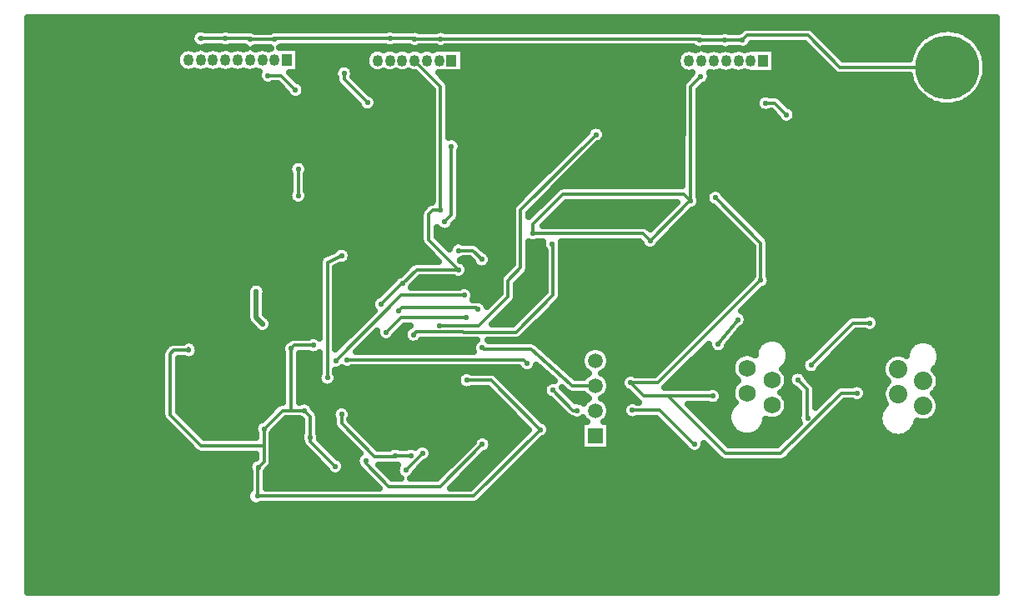
<source format=gbl>
G04 DipTrace 3.2.0.1*
G04 RS-485_PCB.GBL*
%MOMM*%
G04 #@! TF.FileFunction,Copper,L2,Bot*
G04 #@! TF.Part,Single*
G04 #@! TA.AperFunction,Conductor*
%ADD13C,0.3*%
%ADD14C,0.5*%
G04 #@! TA.AperFunction,CopperBalancing*
%ADD15C,0.635*%
G04 #@! TA.AperFunction,ComponentPad*
%ADD19R,1.5X1.5*%
%ADD20C,1.5*%
%ADD21R,1.05X1.15*%
%ADD22O,1.05X1.15*%
%ADD23C,6.5*%
%ADD26C,1.75*%
%ADD27C,1.87*%
G04 #@! TA.AperFunction,ViaPad*
%ADD36C,0.57*%
%FSLAX35Y35*%
G04*
G71*
G90*
G75*
G01*
G04 Bottom*
%LPD*%
X3466340Y3809267D2*
D14*
X3403620Y3871987D1*
Y4137340D1*
X5001043Y3700103D2*
D13*
X5030300Y3729360D1*
X5502950D1*
X5506380Y3725930D1*
X6043220D1*
X6419957Y4102667D1*
Y4606857D1*
X6409083Y4617730D1*
X6215013Y4727393D2*
X6207587Y4719967D1*
X7403380Y4653120D2*
Y4648170D1*
X7814550Y5057893D2*
X7818177Y5061520D1*
X7403380Y4653120D2*
X7808153Y5057893D1*
X7814550D1*
X7403380Y4653120D2*
X7329107Y4727393D1*
X6215013D1*
X7917693Y6324213D2*
X7814550Y6221070D1*
Y5057893D1*
X6215013Y4727393D2*
Y4823717D1*
X6518253Y5126957D1*
X7745487D1*
X7814550Y5057893D1*
X7205353Y3211723D2*
X7486420D1*
X8526277Y4251580D1*
X8066380Y5091127D2*
X8526277Y4631230D1*
Y4251580D1*
X4978147Y2469603D2*
X4816537D1*
X3892980Y2928957D2*
X3887673D1*
X3882367Y2923650D1*
X3951360Y2658297D2*
X3946053D1*
X3484340Y2743210D2*
X3489647D1*
X2718900Y3541397D2*
Y3564267D1*
X3425040Y2354363D2*
X3434967D1*
X3420740Y2059370D2*
Y2354363D1*
X3425040D1*
X3484340Y2413663D1*
Y2572700D1*
Y2743210D1*
X3670087Y2928957D1*
X3757547D1*
X3887673D1*
X3892980D2*
X3951360Y2870577D1*
Y2658297D1*
X4206097Y2361103D2*
X3951360Y2615840D1*
Y2658297D1*
X3484340Y2572700D2*
X3481040Y2569400D1*
X2846283D1*
X2529940Y2885743D1*
Y3505250D1*
X2566087Y3541397D1*
X2718900D1*
X3757547Y3559103D2*
X3751967D1*
X3982790Y3591623D2*
X3790067D1*
X3757547Y3559103D1*
Y2928957D1*
X4271017Y2888497D2*
Y2797487D1*
X4607423Y2461080D1*
X4808013D1*
X4816537Y2469603D1*
X5542300Y3236797D2*
X5787133D1*
X6288600Y2735330D1*
X3420740Y2059370D2*
X5612640D1*
X6288600Y2735330D1*
X5696923Y3565680D2*
X5709200Y3553403D1*
X6195860D1*
X6589587Y3198990D1*
X6607543Y3181033D1*
X6846887D1*
X8038860Y3076707D2*
X7585750D1*
X7340370D1*
X7205353Y3211723D1*
X9503267Y3105703D2*
X9343773D1*
X8731190Y2493120D1*
X8169337D1*
X7585750Y3076707D1*
X5011947Y6704257D2*
X5276993D1*
X2838930Y6708813D2*
X2826653D1*
X3090380D2*
X2838930D1*
X3090380D2*
X3336657D1*
X3346357Y6699113D1*
X3591890D1*
X5275477Y4964207D2*
Y6220830D1*
X5011947Y6484360D1*
X5456300Y4359863D2*
X5155433Y4660730D1*
Y4924607D1*
X5195033Y4964207D1*
X5275477D1*
X4889577Y4217417D2*
X5032023Y4359863D1*
X5456300D1*
X4669883Y4007647D2*
X4879653Y4217417D1*
X4889577D1*
X4761947Y6709733D2*
X5006470D1*
X5011947Y6704257D1*
X4761947Y6709733D2*
X3591890D1*
Y6699113D1*
X8162730Y6693740D2*
X7903117D1*
X8341973D2*
X8162730D1*
X5276993Y6704257D2*
X7903117D1*
Y6693740D1*
X10421020Y6416477D2*
X9329953D1*
X9004723Y6741707D1*
X8389940D1*
X8341973Y6693740D1*
X8093830Y3602877D2*
X8292593Y3852770D1*
X5263237Y3791033D2*
X5666317D1*
X5960833Y4085550D1*
Y4250503D1*
X6088383Y4378053D1*
Y4967747D1*
X6853057Y5732420D1*
X5386947Y5613533D2*
Y4911853D1*
X5318837Y4843743D1*
X4295923Y6354803D2*
Y6295493D1*
X4533183Y6058233D1*
X4212647Y3436673D2*
X4875730Y4099757D1*
X5515933D1*
X5694703Y4463360D2*
X5603593Y4554470D1*
X5457810D1*
X3522603Y6333560D2*
X3653553D1*
X3801077Y6186037D1*
X3830733Y5113703D2*
Y5382157D1*
X4270167Y4501520D2*
X4125897Y4434477D1*
Y3261717D1*
X6154657Y3407207D2*
X6116010Y3445853D1*
X4328613D1*
X6661320Y2929770D2*
X6621447D1*
X6414837Y3136380D1*
X5537783Y3871883D2*
X4870937D1*
X4722340Y3723287D1*
X7224373Y2931717D2*
X7503480D1*
X7854360Y2580837D1*
Y2588813D1*
X9002687Y2851970D2*
X8998697D1*
Y3147027D1*
X8903003Y3242720D1*
X9632670Y3816883D2*
X9465207D1*
X9038570Y3390247D1*
X5652397Y3959713D2*
X5638893Y3973217D1*
X4881797D1*
X4847450Y3938870D1*
X8575253Y6052663D2*
X8667847D1*
X8787673Y5932837D1*
X5700077Y2584610D2*
X5274697Y2159230D1*
X4750283D1*
X4516213Y2393300D1*
Y2418057D1*
X5092533Y2494057D2*
X4921807Y2323333D1*
D36*
X3466340Y3809267D3*
X3403620Y4137340D3*
X5001043Y3700103D3*
X6409083Y4617730D3*
X6215013Y4727393D3*
X7403380Y4653120D3*
X7814550Y5057893D3*
X7403380Y4653120D3*
X7814550Y5057893D3*
X7403380Y4653120D3*
X6215013Y4727393D3*
X7917693Y6324213D3*
X7814550Y5057893D3*
X6215013Y4727393D3*
X7814550Y5057893D3*
X7205353Y3211723D3*
X8526277Y4251580D3*
X8066380Y5091127D3*
X4978147Y2469603D3*
X4816537D3*
D3*
X3892980Y2928957D3*
X3951360Y2658297D3*
X3484340Y2743210D3*
X2718900Y3541397D3*
X3425040Y2354363D3*
X3420740Y2059370D3*
X3425040Y2354363D3*
D3*
X3484340Y2743210D3*
D3*
X3892980Y2928957D3*
X3951360Y2658297D3*
X4206097Y2361103D3*
X3951360Y2658297D3*
X2718900Y3541397D3*
X3757547Y3559103D3*
X3982790Y3591623D3*
X3757547Y3559103D3*
D3*
X4271017Y2888497D3*
X5542300Y3236797D3*
X6288600Y2735330D3*
X3420740Y2059370D3*
X5696923Y3565680D3*
X8038860Y3076707D3*
X7205353Y3211723D3*
X9503267Y3105703D3*
X5011947Y6704257D3*
X5276993D3*
X2838930Y6708813D3*
X3090380D3*
X2838930D3*
X3591890Y6699113D3*
X3090380Y6708813D3*
X3346357Y6699113D3*
X5275477Y4964207D3*
X5456300Y4359863D3*
X5275477Y4964207D3*
X4889577Y4217417D3*
X5456300Y4359863D3*
X4669883Y4007647D3*
X4889577Y4217417D3*
X4761947Y6709733D3*
X5011947Y6704257D3*
X4761947Y6709733D3*
X8162730Y6693740D3*
X7903117D3*
X8341973D3*
X8162730D3*
X7903117D3*
X8341973D3*
X8093830Y3602877D3*
X8292593Y3852770D3*
X5263237Y3791033D3*
X6853057Y5732420D3*
X5386947Y5613533D3*
X5318837Y4843743D3*
X4295923Y6354803D3*
X4533183Y6058233D3*
X4212647Y3436673D3*
X5515933Y4099757D3*
X5694703Y4463360D3*
X5457810Y4554470D3*
X3522603Y6333560D3*
X3801077Y6186037D3*
X3830733Y5113703D3*
Y5382157D3*
X3801077Y6186037D3*
X4270167Y4501520D3*
X4125897Y3261717D3*
X6154657Y3407207D3*
X4328613Y3445853D3*
X6661320Y2929770D3*
X6414837Y3136380D3*
X5537783Y3871883D3*
X4722340Y3723287D3*
X7224373Y2931717D3*
X7854360Y2588813D3*
X9002687Y2851970D3*
X8903003Y3242720D3*
X9632670Y3816883D3*
X9038570Y3390247D3*
X8903003Y3242720D3*
X5652397Y3959713D3*
X4847450Y3938870D3*
X8575253Y6052663D3*
X8787673Y5932837D3*
X5700077Y2584610D3*
X4516213Y2418057D3*
X5092533Y2494057D3*
X4921807Y2323333D3*
X1088147Y6855083D2*
D15*
X10911903D1*
X1088147Y6791917D2*
X2784977D1*
X2892923D2*
X3036357D1*
X3144397D2*
X3316267D1*
X3376453D2*
X3561813D1*
X5056910D2*
X5232060D1*
X5321960D2*
X8317437D1*
X9077260D2*
X10300953D1*
X10541063D2*
X10911903D1*
X1088147Y6728750D2*
X2738857D1*
X9140423D2*
X10177270D1*
X10664837D2*
X10911903D1*
X1088147Y6665583D2*
X2747060D1*
X9203587D2*
X10111643D1*
X10730373D2*
X10911903D1*
X1088147Y6602417D2*
X2652817D1*
X3841480D2*
X4591030D1*
X4682937D2*
X4715993D1*
X4807897D2*
X4841043D1*
X4932860D2*
X4966007D1*
X5057910D2*
X5090967D1*
X5182873D2*
X5216020D1*
X5513093D2*
X7762450D1*
X7837313D2*
X7867817D1*
X7962273D2*
X8012373D1*
X8087233D2*
X8127490D1*
X8212287D2*
X8262387D1*
X8675947D2*
X9021267D1*
X9266753D2*
X10069260D1*
X10772753D2*
X10911903D1*
X1088147Y6539250D2*
X2597127D1*
X3841480D2*
X4521670D1*
X5513093D2*
X7685797D1*
X8675947D2*
X9084430D1*
X9329917D2*
X10042100D1*
X10799917D2*
X10911903D1*
X1088147Y6476083D2*
X2589743D1*
X3841480D2*
X4510823D1*
X5513093D2*
X7673673D1*
X8675947D2*
X9147593D1*
X10815137D2*
X10911903D1*
X1088147Y6412917D2*
X2614627D1*
X3841480D2*
X4213413D1*
X4378420D2*
X4530967D1*
X5513093D2*
X7692087D1*
X8675947D2*
X9210757D1*
X10819603D2*
X10911903D1*
X1088147Y6349750D2*
X3421813D1*
X3760087D2*
X4193910D1*
X4397923D2*
X5023793D1*
X5269280D2*
X7819053D1*
X8016323D2*
X9275470D1*
X10813953D2*
X10911903D1*
X1088147Y6286583D2*
X3432750D1*
X3823250D2*
X4207763D1*
X4427547D2*
X5086957D1*
X5332443D2*
X7757347D1*
X8012130D2*
X10044470D1*
X10797547D2*
X10911903D1*
X1088147Y6223417D2*
X3640927D1*
X3895620D2*
X4245317D1*
X4490710D2*
X5150120D1*
X5364070D2*
X7725900D1*
X7939577D2*
X10073180D1*
X10768837D2*
X10911903D1*
X1088147Y6160250D2*
X3702450D1*
X3899720D2*
X4308480D1*
X4553873D2*
X5186853D1*
X5364160D2*
X7725900D1*
X7903210D2*
X10117660D1*
X10724447D2*
X10911903D1*
X1088147Y6097083D2*
X3759143D1*
X3842937D2*
X4371643D1*
X4627063D2*
X5186853D1*
X5364160D2*
X7725900D1*
X7903210D2*
X8484053D1*
X8746127D2*
X10186930D1*
X10655177D2*
X10911903D1*
X1088147Y6033917D2*
X4434170D1*
X4632170D2*
X5186853D1*
X5364160D2*
X7725900D1*
X7903210D2*
X8474937D1*
X8809290D2*
X10327840D1*
X10514173D2*
X10911903D1*
X1088147Y5970750D2*
X4487853D1*
X4578577D2*
X5186853D1*
X5364160D2*
X7725900D1*
X7903210D2*
X8519233D1*
X8882027D2*
X10911903D1*
X1088147Y5907583D2*
X5186853D1*
X5364160D2*
X7725900D1*
X7903210D2*
X8688947D1*
X8886400D2*
X10911903D1*
X1088147Y5844417D2*
X5186853D1*
X5364160D2*
X7725900D1*
X7903210D2*
X8744457D1*
X8830893D2*
X10911903D1*
X1088147Y5781250D2*
X5186853D1*
X5364160D2*
X6764313D1*
X6941803D2*
X7725900D1*
X7903210D2*
X10911903D1*
X1088147Y5718083D2*
X5186853D1*
X5364160D2*
X6716007D1*
X6954110D2*
X7725900D1*
X7903210D2*
X10911903D1*
X1088147Y5654917D2*
X5186853D1*
X5479643D2*
X6652840D1*
X6915737D2*
X7725900D1*
X7903210D2*
X10911903D1*
X1088147Y5591750D2*
X5186853D1*
X5486570D2*
X6589677D1*
X6835073D2*
X7725900D1*
X7903210D2*
X10911903D1*
X1088147Y5528583D2*
X5186853D1*
X5475540D2*
X6526513D1*
X6771910D2*
X7725900D1*
X7903210D2*
X10911903D1*
X1088147Y5465417D2*
X3777007D1*
X3884410D2*
X5186853D1*
X5475540D2*
X6463350D1*
X6708743D2*
X7725900D1*
X7903210D2*
X10911903D1*
X1088147Y5402250D2*
X3730707D1*
X3930710D2*
X5186853D1*
X5475540D2*
X6400187D1*
X6645580D2*
X7725900D1*
X7903210D2*
X10911903D1*
X1088147Y5339083D2*
X3738817D1*
X3922600D2*
X5186853D1*
X5475540D2*
X6337020D1*
X6582417D2*
X7725900D1*
X7903210D2*
X10911903D1*
X1088147Y5275917D2*
X3742100D1*
X3919410D2*
X5186853D1*
X5475540D2*
X6273857D1*
X6519253D2*
X7725900D1*
X7903210D2*
X10911903D1*
X1088147Y5212750D2*
X3742100D1*
X3919410D2*
X5186853D1*
X5475540D2*
X6210693D1*
X6456087D2*
X7725900D1*
X7903210D2*
X10911903D1*
X1088147Y5149583D2*
X3735537D1*
X3925880D2*
X5186853D1*
X5475540D2*
X6147530D1*
X6392923D2*
X6418207D1*
X7903210D2*
X7984117D1*
X8148577D2*
X10911903D1*
X1088147Y5086417D2*
X3732530D1*
X3928887D2*
X5186853D1*
X5475540D2*
X6084363D1*
X6329760D2*
X6354977D1*
X7912327D2*
X7964340D1*
X8193783D2*
X10911903D1*
X1088147Y5023250D2*
X3792867D1*
X3868640D2*
X5131343D1*
X5475540D2*
X6021293D1*
X6266597D2*
X6291813D1*
X6537300D2*
X7650797D1*
X7910230D2*
X7992413D1*
X8256947D2*
X10911903D1*
X1088147Y4960083D2*
X5074833D1*
X5475540D2*
X5999780D1*
X6203433D2*
X6228597D1*
X6474137D2*
X7587633D1*
X7833030D2*
X8074717D1*
X8320113D2*
X10911903D1*
X1088147Y4896917D2*
X5066813D1*
X5474267D2*
X5999780D1*
X6410970D2*
X7524470D1*
X7769863D2*
X8137880D1*
X8383277D2*
X10911903D1*
X1088147Y4833750D2*
X5066813D1*
X5431610D2*
X5999780D1*
X6347807D2*
X7461303D1*
X7706700D2*
X8201043D1*
X8446440D2*
X10911903D1*
X1088147Y4770583D2*
X5066813D1*
X5387040D2*
X5999780D1*
X7643537D2*
X8264210D1*
X8509603D2*
X10911903D1*
X1088147Y4707417D2*
X5066813D1*
X5244030D2*
X5999780D1*
X7580373D2*
X8327373D1*
X8572860D2*
X10911903D1*
X1088147Y4644250D2*
X5068453D1*
X5294617D2*
X5418090D1*
X5497600D2*
X5999780D1*
X6268967D2*
X6310680D1*
X6507493D2*
X7289497D1*
X7517207D2*
X8390537D1*
X8613873D2*
X10911903D1*
X1088147Y4581083D2*
X4210497D1*
X4329837D2*
X5112387D1*
X5699670D2*
X5999780D1*
X6177000D2*
X6314233D1*
X6508587D2*
X7333883D1*
X7472910D2*
X8437660D1*
X8614877D2*
X10911903D1*
X1088147Y4517917D2*
X4103857D1*
X4370853D2*
X5175550D1*
X5779787D2*
X5999780D1*
X6177000D2*
X6331280D1*
X6508587D2*
X8437660D1*
X8614877D2*
X10911903D1*
X1088147Y4454750D2*
X4039780D1*
X4360100D2*
X5238713D1*
X5484110D2*
X5580603D1*
X5796467D2*
X5999780D1*
X6177000D2*
X6331280D1*
X6508587D2*
X8437660D1*
X8614877D2*
X10911903D1*
X1088147Y4391583D2*
X4037230D1*
X4235230D2*
X4941030D1*
X5553017D2*
X5624900D1*
X5764473D2*
X5979183D1*
X6177000D2*
X6331280D1*
X6508587D2*
X8437660D1*
X8614877D2*
X10911903D1*
X1088147Y4328417D2*
X4037230D1*
X4214540D2*
X4877867D1*
X5553107D2*
X5916020D1*
X6160410D2*
X6331280D1*
X6508587D2*
X8437660D1*
X8614877D2*
X10911903D1*
X1088147Y4265250D2*
X4037230D1*
X4214540D2*
X4800210D1*
X5060100D2*
X5434950D1*
X5477637D2*
X5873543D1*
X6098340D2*
X6331280D1*
X6508587D2*
X8417243D1*
X8627457D2*
X10911903D1*
X1088147Y4202083D2*
X3326657D1*
X3480540D2*
X4037230D1*
X4214540D2*
X4741603D1*
X4996933D2*
X5872177D1*
X6049487D2*
X6331280D1*
X6508587D2*
X8354080D1*
X8614603D2*
X10911903D1*
X1088147Y4138917D2*
X3301500D1*
X3505790D2*
X4037230D1*
X4214540D2*
X4678440D1*
X5609707D2*
X5872177D1*
X6049487D2*
X6331280D1*
X6508587D2*
X8290913D1*
X8536310D2*
X10911903D1*
X1088147Y4075750D2*
X3304963D1*
X3502233D2*
X4037230D1*
X4214540D2*
X4596137D1*
X5614993D2*
X5828337D1*
X6048850D2*
X6270303D1*
X6504030D2*
X8227750D1*
X8473147D2*
X10911903D1*
X1088147Y4012583D2*
X3304963D1*
X3502233D2*
X4037230D1*
X4214540D2*
X4567880D1*
X5738587D2*
X5765170D1*
X6010567D2*
X6207137D1*
X6452623D2*
X8164587D1*
X8409980D2*
X10911903D1*
X1088147Y3949417D2*
X3304963D1*
X3502233D2*
X4037230D1*
X4214540D2*
X4587477D1*
X5947403D2*
X6143973D1*
X6389460D2*
X8101423D1*
X8346817D2*
X10911903D1*
X1088147Y3886250D2*
X3304963D1*
X3529670D2*
X4037230D1*
X4214540D2*
X4539533D1*
X5884240D2*
X6080810D1*
X6326297D2*
X8038257D1*
X8388653D2*
X9414560D1*
X9705073D2*
X10911903D1*
X1088147Y3823083D2*
X3319000D1*
X3567493D2*
X4037230D1*
X4214540D2*
X4476370D1*
X5821077D2*
X6017647D1*
X6263133D2*
X7975093D1*
X8390020D2*
X9348663D1*
X9734603D2*
X10911903D1*
X1088147Y3759917D2*
X3377880D1*
X3554827D2*
X4037230D1*
X4214540D2*
X4413207D1*
X4881727D2*
X4919887D1*
X6199970D2*
X7911930D1*
X8330230D2*
X9285497D1*
X9716010D2*
X10911903D1*
X1088147Y3696750D2*
X4037230D1*
X4214540D2*
X4350043D1*
X4595437D2*
X4623937D1*
X4820750D2*
X4898923D1*
X6136803D2*
X7848767D1*
X8280007D2*
X9222333D1*
X9467820D2*
X10911903D1*
X1088147Y3633583D2*
X2668220D1*
X2769603D2*
X3690967D1*
X4214540D2*
X4286787D1*
X4532273D2*
X4682360D1*
X4762327D2*
X4925810D1*
X5076323D2*
X5622983D1*
X6220750D2*
X7785510D1*
X8229787D2*
X8542020D1*
X8740567D2*
X9159170D1*
X9404657D2*
X10097517D1*
X10254137D2*
X10911903D1*
X1088147Y3570417D2*
X2472347D1*
X2816543D2*
X3656057D1*
X4469110D2*
X5594913D1*
X6306337D2*
X6796760D1*
X6897053D2*
X7722347D1*
X7967833D2*
X7997333D1*
X8190320D2*
X8483323D1*
X8799173D2*
X9096007D1*
X9341493D2*
X10024690D1*
X10326960D2*
X10911903D1*
X1088147Y3507250D2*
X2441357D1*
X2814720D2*
X3668910D1*
X3846220D2*
X3931043D1*
X6376517D2*
X6717920D1*
X6975803D2*
X7659183D1*
X7904670D2*
X8328740D1*
X8818863D2*
X9032840D1*
X9278327D2*
X9881773D1*
X9961920D2*
X9999900D1*
X10351843D2*
X10911903D1*
X1088147Y3444083D2*
X2441267D1*
X2618577D2*
X3668910D1*
X3846220D2*
X4037230D1*
X6446700D2*
X6698507D1*
X6995217D2*
X7596020D1*
X7841503D2*
X8249990D1*
X8814123D2*
X8952997D1*
X9215163D2*
X9785067D1*
X10351297D2*
X10911903D1*
X1088147Y3380917D2*
X2441267D1*
X2618577D2*
X3668910D1*
X3846220D2*
X4037230D1*
X6516790D2*
X6708897D1*
X6984827D2*
X7532853D1*
X7778340D2*
X8227387D1*
X8782220D2*
X8936863D1*
X9152000D2*
X9757723D1*
X10325137D2*
X10911903D1*
X1088147Y3317750D2*
X2441267D1*
X2618577D2*
X3668910D1*
X3846220D2*
X4037230D1*
X4214540D2*
X5484717D1*
X5808223D2*
X6114080D1*
X6195230D2*
X6328270D1*
X6586973D2*
X6759937D1*
X6933783D2*
X7469690D1*
X7715177D2*
X8232400D1*
X8780580D2*
X8837060D1*
X9107520D2*
X9757997D1*
X10314930D2*
X10911903D1*
X1088147Y3254583D2*
X2441267D1*
X2618577D2*
X3668910D1*
X3846220D2*
X4024013D1*
X4227753D2*
X5441787D1*
X5892077D2*
X6398453D1*
X6975073D2*
X7113310D1*
X7652013D2*
X8268947D1*
X9013823D2*
X9786070D1*
X10340633D2*
X10911903D1*
X1088147Y3191417D2*
X2441267D1*
X2618577D2*
X3668910D1*
X3846220D2*
X4054457D1*
X4197313D2*
X5451630D1*
X5955243D2*
X6330093D1*
X6995123D2*
X7105380D1*
X7588850D2*
X8250810D1*
X8795073D2*
X8815787D1*
X9074343D2*
X9454117D1*
X9552403D2*
X9786070D1*
X10338993D2*
X10911903D1*
X1088147Y3128250D2*
X2441267D1*
X2618577D2*
X3668910D1*
X3846220D2*
X5772920D1*
X6018407D2*
X6313050D1*
X6985373D2*
X7152047D1*
X8125970D2*
X8227477D1*
X8756243D2*
X8894757D1*
X9087377D2*
X9243570D1*
X9602717D2*
X9757997D1*
X10309097D2*
X10911903D1*
X1088147Y3065083D2*
X2441267D1*
X2618577D2*
X3668910D1*
X3846220D2*
X5836083D1*
X6081570D2*
X6344497D1*
X6608850D2*
X6758023D1*
X6935697D2*
X7229247D1*
X8140280D2*
X8232033D1*
X8779760D2*
X8910067D1*
X9087377D2*
X9180407D1*
X9596337D2*
X9757723D1*
X10314017D2*
X10911903D1*
X1088147Y3001917D2*
X2441267D1*
X2618577D2*
X3625707D1*
X3961427D2*
X5899247D1*
X6144733D2*
X6426617D1*
X6974253D2*
X7152867D1*
X8105100D2*
X8249533D1*
X8801453D2*
X8910067D1*
X9087377D2*
X9117243D1*
X9362730D2*
X9785160D1*
X10340360D2*
X10911903D1*
X1088147Y2938750D2*
X2441267D1*
X2618577D2*
X3557163D1*
X4005907D2*
X4183153D1*
X4358913D2*
X5962413D1*
X6207897D2*
X6489780D1*
X6995033D2*
X7122517D1*
X7846427D2*
X8204780D1*
X8795530D2*
X8910067D1*
X9299563D2*
X9744873D1*
X10339267D2*
X10911903D1*
X1088147Y2875583D2*
X2441903D1*
X2662780D2*
X3494000D1*
X4039813D2*
X4169757D1*
X4372313D2*
X6025577D1*
X6271063D2*
X6552947D1*
X6985920D2*
X7140380D1*
X7909590D2*
X8189103D1*
X8757613D2*
X8903507D1*
X9236400D2*
X9724913D1*
X10310100D2*
X10911903D1*
X1088147Y2812417D2*
X2480550D1*
X2726037D2*
X3411787D1*
X3676230D2*
X3862687D1*
X4039993D2*
X4182333D1*
X4378783D2*
X6088830D1*
X6351817D2*
X6698233D1*
X6995490D2*
X7500043D1*
X7972753D2*
X8195030D1*
X8579513D2*
X8909067D1*
X9173237D2*
X9726917D1*
X10116780D2*
X10162137D1*
X10189633D2*
X10911903D1*
X1088147Y2749250D2*
X2543713D1*
X2789200D2*
X3382347D1*
X3613067D2*
X3862687D1*
X4039993D2*
X4198010D1*
X4441947D2*
X6151997D1*
X6389733D2*
X6698233D1*
X6995490D2*
X7563207D1*
X8035920D2*
X8224833D1*
X8549707D2*
X8864587D1*
X9110073D2*
X9751710D1*
X10091987D2*
X10911903D1*
X1088147Y2686083D2*
X2606877D1*
X2852363D2*
X3395747D1*
X3572963D2*
X3853297D1*
X4049383D2*
X4259717D1*
X4505113D2*
X6116630D1*
X6377157D2*
X6698233D1*
X6995490D2*
X7626370D1*
X8099083D2*
X8302127D1*
X8472327D2*
X8801423D1*
X9046910D2*
X9815053D1*
X10028640D2*
X10911903D1*
X1088147Y2622917D2*
X2670043D1*
X3572963D2*
X3856030D1*
X4066973D2*
X4322880D1*
X4568277D2*
X5605940D1*
X5794187D2*
X6053467D1*
X6298953D2*
X6698233D1*
X6995490D2*
X7689533D1*
X8162247D2*
X8738257D1*
X8983743D2*
X10911903D1*
X1088147Y2559750D2*
X2733207D1*
X3572963D2*
X3884833D1*
X4130137D2*
X4386043D1*
X4631440D2*
X4777790D1*
X4855293D2*
X4939390D1*
X5168563D2*
X5552530D1*
X5798927D2*
X5990303D1*
X6235790D2*
X6698233D1*
X6995490D2*
X7752697D1*
X7951973D2*
X7979977D1*
X8920580D2*
X10911903D1*
X1088147Y2496583D2*
X2801567D1*
X3572963D2*
X3947907D1*
X4193303D2*
X4449210D1*
X5194630D2*
X5489363D1*
X5744240D2*
X5927137D1*
X6172533D2*
X7822150D1*
X7886623D2*
X8043180D1*
X8857417D2*
X10911903D1*
X1088147Y2433417D2*
X3364573D1*
X3572963D2*
X4011070D1*
X4275243D2*
X4415303D1*
X5173030D2*
X5426200D1*
X5671597D2*
X5863973D1*
X6109370D2*
X8106343D1*
X8794160D2*
X10911903D1*
X1088147Y2370250D2*
X3324197D1*
X3560567D2*
X4074233D1*
X4307780D2*
X4426877D1*
X4661973D2*
X4831930D1*
X5091453D2*
X5362947D1*
X5608433D2*
X5800810D1*
X6046207D2*
X10911903D1*
X1088147Y2307083D2*
X3335407D1*
X3514720D2*
X4120627D1*
X4291557D2*
X4479743D1*
X4725137D2*
X4821083D1*
X5028290D2*
X5299780D1*
X5545267D2*
X5737647D1*
X5983040D2*
X10911903D1*
X1088147Y2243917D2*
X3336410D1*
X3513720D2*
X4542907D1*
X4788303D2*
X4861917D1*
X4981713D2*
X5236617D1*
X5482103D2*
X5674483D1*
X5919877D2*
X10911903D1*
X1088147Y2180750D2*
X3336410D1*
X3513720D2*
X4606070D1*
X5418940D2*
X5611317D1*
X5856713D2*
X10911903D1*
X1088147Y2117583D2*
X3320640D1*
X5793550D2*
X10911903D1*
X1088147Y2054417D2*
X3299950D1*
X5730387D2*
X10911903D1*
X1088147Y1991250D2*
X3326930D1*
X5665763D2*
X10911903D1*
X1088147Y1928083D2*
X10911903D1*
X1088147Y1864917D2*
X10911903D1*
X1088147Y1801750D2*
X10911903D1*
X1088147Y1738583D2*
X10911903D1*
X1088147Y1675417D2*
X10911903D1*
X1088147Y1612250D2*
X10911903D1*
X1088147Y1549083D2*
X10911903D1*
X1088147Y1485917D2*
X10911903D1*
X1088147Y1422750D2*
X10911903D1*
X1088147Y1359583D2*
X10911903D1*
X1088147Y1296417D2*
X10911903D1*
X1088147Y1233250D2*
X10911903D1*
X1088147Y1170083D2*
X10911903D1*
X1088147Y1106917D2*
X10911903D1*
X6727930Y2815323D2*
X6758830D1*
X6746273Y2826420D1*
X6731770Y2843397D1*
X6723283Y2856760D1*
X6711370Y2848097D1*
X6697977Y2841270D1*
X6683683Y2836627D1*
X6668837Y2834277D1*
X6653803D1*
X6638957Y2836627D1*
X6624663Y2841270D1*
X6611247Y2848113D1*
X6596017Y2851507D1*
X6584087Y2856450D1*
X6573077Y2863197D1*
X6563260Y2871583D1*
X6391370Y3043470D1*
X6378180Y3047880D1*
X6364787Y3054707D1*
X6352627Y3063540D1*
X6341997Y3074170D1*
X6333163Y3086330D1*
X6326337Y3099723D1*
X6321693Y3114017D1*
X6319343Y3128863D1*
Y3143897D1*
X6321693Y3158743D1*
X6326337Y3173037D1*
X6333163Y3186430D1*
X6341997Y3198590D1*
X6352627Y3209220D1*
X6364787Y3218053D1*
X6378180Y3224880D1*
X6392473Y3229523D1*
X6407320Y3231873D1*
X6422353D1*
X6431407Y3230677D1*
X6249537Y3394367D1*
X6245760Y3377607D1*
X6240007Y3363720D1*
X6232153Y3350903D1*
X6222390Y3339473D1*
X6210960Y3329710D1*
X6198143Y3321857D1*
X6184257Y3316103D1*
X6169640Y3312597D1*
X6154657Y3311417D1*
X6139673Y3312597D1*
X6125057Y3316103D1*
X6111170Y3321857D1*
X6098353Y3329710D1*
X6086923Y3339473D1*
X6077160Y3350903D1*
X6069343Y3363563D1*
X4377587D1*
X4365270Y3357353D1*
X4350977Y3352710D1*
X4336130Y3350360D1*
X4321097D1*
X4306250Y3352710D1*
X4291957Y3357353D1*
X4276683Y3365437D1*
X4262697Y3355000D1*
X4249303Y3348173D1*
X4235010Y3343530D1*
X4220163Y3341180D1*
X4208213Y3341057D1*
X4208187Y3310740D1*
X4214397Y3298373D1*
X4219040Y3284080D1*
X4221390Y3269233D1*
Y3254200D1*
X4219040Y3239353D1*
X4214397Y3225060D1*
X4207570Y3211667D1*
X4198737Y3199507D1*
X4188107Y3188877D1*
X4175947Y3180043D1*
X4162553Y3173217D1*
X4148260Y3168573D1*
X4133413Y3166223D1*
X4118380D1*
X4103533Y3168573D1*
X4089240Y3173217D1*
X4075847Y3180043D1*
X4063687Y3188877D1*
X4053057Y3199507D1*
X4044223Y3211667D1*
X4037397Y3225060D1*
X4032753Y3239353D1*
X4030403Y3254200D1*
Y3269233D1*
X4032753Y3284080D1*
X4037397Y3298373D1*
X4043603Y3310663D1*
X4043607Y3517563D1*
X4032840Y3509950D1*
X4019447Y3503123D1*
X4005153Y3498480D1*
X3990307Y3496130D1*
X3975273D1*
X3960427Y3498480D1*
X3946133Y3503123D1*
X3933843Y3509330D1*
X3839783Y3509333D1*
X3839837Y3011227D1*
X3863380Y3020060D1*
X3877997Y3023567D1*
X3892980Y3024747D1*
X3907963Y3023567D1*
X3922580Y3020060D1*
X3936467Y3014307D1*
X3949283Y3006453D1*
X3960713Y2996690D1*
X3970477Y2985260D1*
X3978330Y2972443D1*
X3984083Y2958557D1*
X3985780Y2952533D1*
X4013933Y2924020D1*
X4021523Y2913573D1*
X4027387Y2902067D1*
X4031377Y2889787D1*
X4033397Y2877033D1*
X4033650Y2707333D1*
X4039860Y2694953D1*
X4044503Y2680660D1*
X4046853Y2665813D1*
Y2650780D1*
X4045023Y2638557D1*
X4229643Y2453933D1*
X4242753Y2449603D1*
X4256147Y2442777D1*
X4268307Y2433943D1*
X4278937Y2423313D1*
X4287770Y2411153D1*
X4294597Y2397760D1*
X4299240Y2383467D1*
X4301590Y2368620D1*
Y2353587D1*
X4299240Y2338740D1*
X4294597Y2324447D1*
X4287770Y2311053D1*
X4278937Y2298893D1*
X4268307Y2288263D1*
X4256147Y2279430D1*
X4242753Y2272603D1*
X4228460Y2267960D1*
X4213613Y2265610D1*
X4198580D1*
X4183733Y2267960D1*
X4169440Y2272603D1*
X4156047Y2279430D1*
X4143887Y2288263D1*
X4133257Y2298893D1*
X4124423Y2311053D1*
X4117597Y2324447D1*
X4113297Y2337527D1*
X3888787Y2562397D1*
X3881197Y2572843D1*
X3875333Y2584350D1*
X3871343Y2596630D1*
X3866010Y2614810D1*
X3860257Y2628697D1*
X3856750Y2643313D1*
X3855570Y2658297D1*
X3856750Y2673280D1*
X3860257Y2687897D1*
X3866010Y2701783D1*
X3869067Y2707243D1*
X3869070Y2836123D1*
X3856323Y2840457D1*
X3844033Y2846663D1*
X3704227Y2846667D1*
X3577140Y2719633D1*
X3572840Y2706553D1*
X3566633Y2694263D1*
X3566377Y2407207D1*
X3564357Y2394453D1*
X3560367Y2382173D1*
X3554503Y2370667D1*
X3546913Y2360220D1*
X3517843Y2330790D1*
X3513540Y2317707D1*
X3507333Y2305417D1*
X3507330Y2140263D1*
X4652780Y2140327D1*
X4453640Y2339857D1*
X4446050Y2350303D1*
X4434540Y2368007D1*
X4427713Y2381400D1*
X4423070Y2395693D1*
X4420720Y2410540D1*
Y2425573D1*
X4423070Y2440420D1*
X4427713Y2454713D1*
X4434540Y2468107D1*
X4443373Y2480267D1*
X4454003Y2490897D1*
X4458040Y2494080D1*
X4208443Y2744043D1*
X4200853Y2754490D1*
X4194990Y2765997D1*
X4191000Y2778277D1*
X4188980Y2791030D1*
X4188727Y2839503D1*
X4182517Y2851840D1*
X4177873Y2866133D1*
X4175523Y2880980D1*
Y2896013D1*
X4177873Y2910860D1*
X4182517Y2925153D1*
X4189343Y2938547D1*
X4198177Y2950707D1*
X4208807Y2961337D1*
X4220967Y2970170D1*
X4234360Y2976997D1*
X4248653Y2981640D1*
X4263500Y2983990D1*
X4278533D1*
X4293380Y2981640D1*
X4307673Y2976997D1*
X4321067Y2970170D1*
X4333227Y2961337D1*
X4343857Y2950707D1*
X4352690Y2938547D1*
X4359517Y2925153D1*
X4364160Y2910860D1*
X4366510Y2896013D1*
Y2880980D1*
X4364160Y2866133D1*
X4359517Y2851840D1*
X4353310Y2839550D1*
X4362203Y2822677D1*
X4641463Y2543417D1*
X4755353Y2543370D1*
X4766487Y2551277D1*
X4779880Y2558103D1*
X4794173Y2562747D1*
X4809020Y2565097D1*
X4824053D1*
X4838900Y2562747D1*
X4853193Y2558103D1*
X4865483Y2551897D1*
X4929103Y2551893D1*
X4941490Y2558103D1*
X4955783Y2562747D1*
X4970630Y2565097D1*
X4985663D1*
X5000510Y2562747D1*
X5014803Y2558103D1*
X5019693Y2556267D1*
X5030323Y2566897D1*
X5042483Y2575730D1*
X5055877Y2582557D1*
X5070170Y2587200D1*
X5085017Y2589550D1*
X5100050D1*
X5114897Y2587200D1*
X5129190Y2582557D1*
X5142583Y2575730D1*
X5154743Y2566897D1*
X5165373Y2556267D1*
X5174207Y2544107D1*
X5181033Y2530713D1*
X5185677Y2516420D1*
X5188027Y2501573D1*
Y2486540D1*
X5185677Y2471693D1*
X5181033Y2457400D1*
X5174207Y2444007D1*
X5165373Y2431847D1*
X5154743Y2421217D1*
X5142583Y2412383D1*
X5129190Y2405557D1*
X5116110Y2401257D1*
X5014667Y2299817D1*
X5010307Y2286677D1*
X5003480Y2273283D1*
X4994647Y2261123D1*
X4984017Y2250493D1*
X4971627Y2241530D1*
X5240557Y2241520D1*
X5607267Y2608177D1*
X5611577Y2621267D1*
X5618403Y2634660D1*
X5627237Y2646820D1*
X5637867Y2657450D1*
X5650027Y2666283D1*
X5663420Y2673110D1*
X5677713Y2677753D1*
X5692560Y2680103D1*
X5707593D1*
X5722440Y2677753D1*
X5736733Y2673110D1*
X5750127Y2666283D1*
X5762287Y2657450D1*
X5772917Y2646820D1*
X5781750Y2634660D1*
X5788577Y2621267D1*
X5793220Y2606973D1*
X5795570Y2592127D1*
Y2577093D1*
X5793220Y2562247D1*
X5788577Y2547953D1*
X5781750Y2534560D1*
X5772917Y2522400D1*
X5762287Y2511770D1*
X5750127Y2502937D1*
X5736733Y2496110D1*
X5723653Y2491810D1*
X5372147Y2140303D1*
X5577183Y2140327D1*
X6172290Y2735393D1*
X5753033Y3154523D1*
X5591260Y3154507D1*
X5578957Y3148297D1*
X5564663Y3143653D1*
X5549817Y3141303D1*
X5534783D1*
X5519937Y3143653D1*
X5505643Y3148297D1*
X5492250Y3155123D1*
X5480090Y3163957D1*
X5469460Y3174587D1*
X5460627Y3186747D1*
X5453800Y3200140D1*
X5449157Y3214433D1*
X5446807Y3229280D1*
Y3244313D1*
X5449157Y3259160D1*
X5453800Y3273453D1*
X5460627Y3286847D1*
X5469460Y3299007D1*
X5480090Y3309637D1*
X5492250Y3318470D1*
X5505643Y3325297D1*
X5519937Y3329940D1*
X5534783Y3332290D1*
X5549817D1*
X5564663Y3329940D1*
X5578957Y3325297D1*
X5591247Y3319090D1*
X5793590Y3318833D1*
X5806343Y3316813D1*
X5818623Y3312823D1*
X5830130Y3306960D1*
X5840577Y3299370D1*
X5960817Y3179490D1*
X6312130Y2828173D1*
X6325257Y2823830D1*
X6338650Y2817003D1*
X6350810Y2808170D1*
X6361440Y2797540D1*
X6370273Y2785380D1*
X6377100Y2771987D1*
X6381743Y2757693D1*
X6384093Y2742847D1*
Y2727813D1*
X6381743Y2712967D1*
X6377100Y2698673D1*
X6370273Y2685280D1*
X6361440Y2673120D1*
X6350810Y2662490D1*
X6338650Y2653657D1*
X6325257Y2646830D1*
X6312177Y2642530D1*
X5664750Y1995463D1*
X5654303Y1987873D1*
X5642797Y1982010D1*
X5630517Y1978020D1*
X5617763Y1976000D1*
X5447973Y1975747D1*
X3451060D1*
X3438643Y1969537D1*
X3424350Y1964893D1*
X3409503Y1962543D1*
X3394470D1*
X3379623Y1964893D1*
X3365330Y1969537D1*
X3351937Y1976363D1*
X3339777Y1985197D1*
X3329147Y1995827D1*
X3320313Y2007987D1*
X3313487Y2021380D1*
X3308843Y2035673D1*
X3306493Y2050520D1*
Y2065553D1*
X3308843Y2080400D1*
X3313487Y2094693D1*
X3320313Y2108087D1*
X3329147Y2120247D1*
X3339777Y2130877D1*
X3342753Y2133223D1*
X3342750Y2305400D1*
X3336540Y2317707D1*
X3331897Y2332000D1*
X3329547Y2346847D1*
Y2361880D1*
X3331897Y2376727D1*
X3336540Y2391020D1*
X3343367Y2404413D1*
X3352200Y2416573D1*
X3362830Y2427203D1*
X3374990Y2436037D1*
X3388383Y2442863D1*
X3401463Y2447163D1*
X3402050Y2487037D1*
X2839827Y2487363D1*
X2827073Y2489383D1*
X2814793Y2493373D1*
X2803287Y2499237D1*
X2792840Y2506827D1*
X2672600Y2626707D1*
X2467367Y2832300D1*
X2459777Y2842747D1*
X2453913Y2854253D1*
X2449923Y2866533D1*
X2447903Y2879287D1*
X2447650Y3049077D1*
X2447903Y3511707D1*
X2449923Y3524460D1*
X2453913Y3536740D1*
X2459777Y3548247D1*
X2467367Y3558693D1*
X2507900Y3599583D1*
X2517717Y3607970D1*
X2528727Y3614717D1*
X2540657Y3619660D1*
X2553213Y3622673D1*
X2566087Y3623687D1*
X2661880D1*
X2675903Y3634430D1*
X2687410Y3640293D1*
X2699690Y3644283D1*
X2712443Y3646303D1*
X2725357D1*
X2738110Y3644283D1*
X2750390Y3640293D1*
X2761897Y3634430D1*
X2772343Y3626840D1*
X2781473Y3617710D1*
X2790013Y3605567D1*
X2800573Y3591447D1*
X2807400Y3578053D1*
X2812043Y3563760D1*
X2814393Y3548913D1*
Y3533880D1*
X2812043Y3519033D1*
X2807400Y3504740D1*
X2800573Y3491347D1*
X2791740Y3479187D1*
X2781110Y3468557D1*
X2768950Y3459723D1*
X2755557Y3452897D1*
X2741263Y3448253D1*
X2726417Y3445903D1*
X2711383D1*
X2696537Y3448253D1*
X2682243Y3452897D1*
X2669953Y3459103D1*
X2612230Y3458583D1*
Y2919820D1*
X2880407Y2651650D1*
X3402000Y2651690D1*
X3402050Y2694197D1*
X3395840Y2706553D1*
X3391197Y2720847D1*
X3388847Y2735693D1*
Y2750727D1*
X3391197Y2765573D1*
X3395840Y2779867D1*
X3402667Y2793260D1*
X3411500Y2805420D1*
X3422130Y2816050D1*
X3434290Y2824883D1*
X3447683Y2831710D1*
X3460763Y2836010D1*
X3616643Y2991530D1*
X3627090Y2999120D1*
X3638597Y3004983D1*
X3650877Y3008973D1*
X3663630Y3010993D1*
X3675283Y3011247D1*
X3675257Y3510010D1*
X3669047Y3522447D1*
X3664403Y3536740D1*
X3662053Y3551587D1*
Y3566620D1*
X3664403Y3581467D1*
X3669047Y3595760D1*
X3675873Y3609153D1*
X3684707Y3621313D1*
X3695337Y3631943D1*
X3707497Y3640777D1*
X3720890Y3647603D1*
X3734083Y3651937D1*
X3747070Y3661787D1*
X3758577Y3667650D1*
X3770857Y3671640D1*
X3783610Y3673660D1*
X3933803Y3673913D1*
X3946133Y3680123D1*
X3960427Y3684767D1*
X3975273Y3687117D1*
X3990307D1*
X4005153Y3684767D1*
X4019447Y3680123D1*
X4032840Y3673297D1*
X4043593Y3665573D1*
X4044147Y4443900D1*
X4046627Y4456573D1*
X4051060Y4468700D1*
X4057337Y4479987D1*
X4065300Y4490150D1*
X4074753Y4498947D1*
X4085470Y4506153D1*
X4190983Y4555467D1*
X4202433Y4569253D1*
X4213863Y4579017D1*
X4226680Y4586870D1*
X4240567Y4592623D1*
X4255183Y4596130D1*
X4270167Y4597310D1*
X4285150Y4596130D1*
X4299767Y4592623D1*
X4313653Y4586870D1*
X4326470Y4579017D1*
X4337900Y4569253D1*
X4347663Y4557823D1*
X4355517Y4545007D1*
X4361270Y4531120D1*
X4364777Y4516503D1*
X4365957Y4501520D1*
X4364777Y4486537D1*
X4361270Y4471920D1*
X4355517Y4458033D1*
X4347663Y4445217D1*
X4337900Y4433787D1*
X4326470Y4424023D1*
X4313653Y4416170D1*
X4299767Y4410417D1*
X4285150Y4406910D1*
X4270167Y4405730D1*
X4260463Y4406283D1*
X4208220Y4381990D1*
X4208187Y3548630D1*
X4600903Y3941307D1*
X4592387Y3951343D1*
X4584533Y3964160D1*
X4578780Y3978047D1*
X4575273Y3992663D1*
X4574093Y4007647D1*
X4575273Y4022630D1*
X4578780Y4037247D1*
X4584533Y4051133D1*
X4592387Y4063950D1*
X4602150Y4075380D1*
X4613580Y4085143D1*
X4626397Y4092997D1*
X4640283Y4098750D1*
X4646307Y4100447D1*
X4801887Y4256027D1*
X4807903Y4267467D1*
X4816737Y4279627D1*
X4827367Y4290257D1*
X4839527Y4299090D1*
X4852920Y4305917D1*
X4866000Y4310217D1*
X4978580Y4422437D1*
X4989027Y4430027D1*
X5000533Y4435890D1*
X5012813Y4439880D1*
X5025567Y4441900D1*
X5195357Y4442153D1*
X5257610D1*
X5092860Y4607287D1*
X5085270Y4617733D1*
X5079407Y4629240D1*
X5075417Y4641520D1*
X5073397Y4654273D1*
X5073143Y4824063D1*
X5073397Y4931063D1*
X5075417Y4943817D1*
X5079407Y4956097D1*
X5085270Y4967603D1*
X5092860Y4978050D1*
X5136847Y5022393D1*
X5146663Y5030780D1*
X5157673Y5037527D1*
X5169603Y5042470D1*
X5182160Y5045483D1*
X5188603Y5046243D1*
X5193187Y5057540D1*
Y6186747D1*
X5020137Y6359793D1*
X5002547Y6359940D1*
X4983983Y6362880D1*
X4966107Y6368690D1*
X4949453Y6377170D1*
X4932787Y6368690D1*
X4914910Y6362880D1*
X4896347Y6359940D1*
X4877547D1*
X4858983Y6362880D1*
X4841107Y6368690D1*
X4824453Y6377170D1*
X4807787Y6368690D1*
X4789910Y6362880D1*
X4771347Y6359940D1*
X4752547D1*
X4733983Y6362880D1*
X4716107Y6368690D1*
X4699453Y6377170D1*
X4682787Y6368690D1*
X4664910Y6362880D1*
X4646347Y6359940D1*
X4627547D1*
X4608983Y6362880D1*
X4591107Y6368690D1*
X4574357Y6377223D1*
X4559150Y6388270D1*
X4545857Y6401563D1*
X4534810Y6416770D1*
X4526277Y6433520D1*
X4520467Y6451397D1*
X4517527Y6469960D1*
Y6498760D1*
X4520467Y6517323D1*
X4526277Y6535200D1*
X4534810Y6551950D1*
X4545857Y6567157D1*
X4559150Y6580450D1*
X4574357Y6591497D1*
X4591107Y6600030D1*
X4608983Y6605840D1*
X4627547Y6608780D1*
X4646347D1*
X4664910Y6605840D1*
X4682787Y6600030D1*
X4699440Y6591550D1*
X4716107Y6600030D1*
X4733983Y6605840D1*
X4752547Y6608780D1*
X4771347D1*
X4789910Y6605840D1*
X4807787Y6600030D1*
X4824440Y6591550D1*
X4841107Y6600030D1*
X4858983Y6605840D1*
X4877547Y6608780D1*
X4896347D1*
X4914910Y6605840D1*
X4932787Y6600030D1*
X4949440Y6591550D1*
X4966107Y6600030D1*
X4983983Y6605840D1*
X5003687Y6608827D1*
X4989583Y6611113D1*
X4975290Y6615757D1*
X4961897Y6622583D1*
X4954790Y6627433D1*
X4810963Y6627443D1*
X4798603Y6621233D1*
X4784310Y6616590D1*
X4769463Y6614240D1*
X4754430D1*
X4739583Y6616590D1*
X4725290Y6621233D1*
X4713000Y6627440D1*
X3655527Y6627443D1*
X3641940Y6617440D1*
X3640120Y6616420D1*
X3835170Y6616407D1*
Y6366827D1*
X3736640D1*
X3824593Y6278897D1*
X3837733Y6274537D1*
X3851127Y6267710D1*
X3863287Y6258877D1*
X3873917Y6248247D1*
X3882750Y6236087D1*
X3889577Y6222693D1*
X3894220Y6208400D1*
X3896570Y6193553D1*
Y6178520D1*
X3894220Y6163673D1*
X3889577Y6149380D1*
X3882750Y6135987D1*
X3873917Y6123827D1*
X3863287Y6113197D1*
X3851127Y6104363D1*
X3837733Y6097537D1*
X3823440Y6092893D1*
X3808593Y6090543D1*
X3793560D1*
X3778713Y6092893D1*
X3764420Y6097537D1*
X3751027Y6104363D1*
X3738867Y6113197D1*
X3728237Y6123827D1*
X3719403Y6135987D1*
X3712577Y6149380D1*
X3708277Y6162460D1*
X3619467Y6251270D1*
X3571613D1*
X3559260Y6245060D1*
X3544967Y6240417D1*
X3530120Y6238067D1*
X3515087D1*
X3500240Y6240417D1*
X3485947Y6245060D1*
X3472553Y6251887D1*
X3460393Y6260720D1*
X3449763Y6271350D1*
X3440930Y6283510D1*
X3434103Y6296903D1*
X3429460Y6311197D1*
X3427110Y6326043D1*
Y6341077D1*
X3429460Y6355923D1*
X3434413Y6370883D1*
X3419540Y6375947D1*
X3402887Y6384427D1*
X3386220Y6375947D1*
X3368343Y6370137D1*
X3349780Y6367197D1*
X3330980D1*
X3312417Y6370137D1*
X3294540Y6375947D1*
X3277887Y6384427D1*
X3261220Y6375947D1*
X3243343Y6370137D1*
X3224780Y6367197D1*
X3205980D1*
X3187417Y6370137D1*
X3169540Y6375947D1*
X3152887Y6384427D1*
X3136220Y6375947D1*
X3118343Y6370137D1*
X3099780Y6367197D1*
X3080980D1*
X3062417Y6370137D1*
X3044540Y6375947D1*
X3027887Y6384427D1*
X3011220Y6375947D1*
X2993343Y6370137D1*
X2974780Y6367197D1*
X2955980D1*
X2937417Y6370137D1*
X2919540Y6375947D1*
X2902887Y6384427D1*
X2886220Y6375947D1*
X2868343Y6370137D1*
X2849780Y6367197D1*
X2830980D1*
X2812417Y6370137D1*
X2794540Y6375947D1*
X2777887Y6384427D1*
X2761220Y6375947D1*
X2743343Y6370137D1*
X2724780Y6367197D1*
X2705980D1*
X2687417Y6370137D1*
X2669540Y6375947D1*
X2652790Y6384480D1*
X2637583Y6395527D1*
X2624290Y6408820D1*
X2613243Y6424027D1*
X2604710Y6440777D1*
X2598900Y6458653D1*
X2595960Y6477217D1*
Y6506017D1*
X2598900Y6524580D1*
X2604710Y6542457D1*
X2613243Y6559207D1*
X2624290Y6574413D1*
X2637583Y6587707D1*
X2652790Y6598753D1*
X2669540Y6607287D1*
X2687417Y6613097D1*
X2705980Y6616037D1*
X2724780D1*
X2743343Y6613097D1*
X2761220Y6607287D1*
X2777873Y6598807D1*
X2794540Y6607287D1*
X2812417Y6613097D1*
X2820740Y6614753D1*
X2809330Y6617710D1*
X2795443Y6623463D1*
X2782627Y6631317D1*
X2771197Y6641080D1*
X2761433Y6652510D1*
X2753580Y6665327D1*
X2747827Y6679213D1*
X2744320Y6693830D1*
X2743140Y6708813D1*
X2744320Y6723797D1*
X2747827Y6738413D1*
X2753580Y6752300D1*
X2761433Y6765117D1*
X2771197Y6776547D1*
X2782627Y6786310D1*
X2795443Y6794163D1*
X2809330Y6799917D1*
X2823947Y6803423D1*
X2838930Y6804603D1*
X2853913Y6803423D1*
X2868530Y6799917D1*
X2882417Y6794163D1*
X2887877Y6791107D1*
X3041363Y6791103D1*
X3053723Y6797313D1*
X3068017Y6801957D1*
X3082863Y6804307D1*
X3097897D1*
X3112743Y6801957D1*
X3127037Y6797313D1*
X3139327Y6791107D1*
X3319613Y6791103D1*
X3331373Y6793723D1*
X3346357Y6794903D1*
X3361340Y6793723D1*
X3375957Y6790217D1*
X3389843Y6784463D1*
X3395303Y6781407D1*
X3542777Y6781403D1*
X3555233Y6787613D1*
X3569527Y6792257D1*
X3584373Y6794607D1*
X3599407D1*
X3615223Y6792023D1*
X4712893D1*
X4725290Y6798233D1*
X4739583Y6802877D1*
X4754430Y6805227D1*
X4769463D1*
X4784310Y6802877D1*
X4798603Y6798233D1*
X4810893Y6792027D1*
X4973497Y6792023D1*
X4989583Y6797400D1*
X5004430Y6799750D1*
X5019463D1*
X5034310Y6797400D1*
X5048603Y6792757D1*
X5060893Y6786550D1*
X5228053Y6786547D1*
X5240337Y6792757D1*
X5254630Y6797400D1*
X5269477Y6799750D1*
X5284510D1*
X5299357Y6797400D1*
X5313650Y6792757D1*
X5325940Y6786550D1*
X7880753Y6786883D1*
X7895600Y6789233D1*
X7910633D1*
X7925480Y6786883D1*
X7939773Y6782240D1*
X7952063Y6776033D1*
X8113753Y6776030D1*
X8126073Y6782240D1*
X8140367Y6786883D1*
X8155213Y6789233D1*
X8170247D1*
X8185093Y6786883D1*
X8199387Y6782240D1*
X8211677Y6776033D1*
X8292977Y6776030D1*
X8305317Y6782240D1*
X8318397Y6786540D1*
X8336497Y6804280D1*
X8346943Y6811870D1*
X8358447Y6817733D1*
X8370730Y6821723D1*
X8383483Y6823743D1*
X8553273Y6823997D1*
X9011180Y6823743D1*
X9023933Y6821723D1*
X9036217Y6817733D1*
X9047720Y6811870D1*
X9058167Y6804280D1*
X9178407Y6684400D1*
X9364087Y6498720D1*
X10037520Y6498767D1*
X10047220Y6535490D1*
X10054953Y6557500D1*
X10063983Y6579010D1*
X10074277Y6599947D1*
X10085797Y6620233D1*
X10098503Y6639800D1*
X10112347Y6658577D1*
X10127287Y6676500D1*
X10143263Y6693500D1*
X10160220Y6709520D1*
X10178103Y6724507D1*
X10196843Y6738403D1*
X10216377Y6751160D1*
X10236633Y6762733D1*
X10257543Y6773080D1*
X10279030Y6782167D1*
X10301020Y6789963D1*
X10323433Y6796433D1*
X10346190Y6801563D1*
X10369217Y6805330D1*
X10392423Y6807723D1*
X10415730Y6808730D1*
X10439057Y6808353D1*
X10462320Y6806587D1*
X10485437Y6803440D1*
X10508327Y6798927D1*
X10530907Y6793063D1*
X10553097Y6785863D1*
X10574823Y6777360D1*
X10596003Y6767577D1*
X10616567Y6756557D1*
X10636437Y6744330D1*
X10655543Y6730943D1*
X10673823Y6716447D1*
X10691207Y6700890D1*
X10707637Y6684327D1*
X10723050Y6666813D1*
X10737397Y6648417D1*
X10750627Y6629200D1*
X10762690Y6609230D1*
X10773543Y6588580D1*
X10783150Y6567320D1*
X10791477Y6545527D1*
X10798493Y6523277D1*
X10804173Y6500647D1*
X10808500Y6477723D1*
X10811457Y6454580D1*
X10813310Y6416477D1*
X10812617Y6393157D1*
X10810537Y6369920D1*
X10807080Y6346847D1*
X10802260Y6324020D1*
X10796090Y6301523D1*
X10788593Y6279430D1*
X10779797Y6257823D1*
X10769730Y6236773D1*
X10758430Y6216363D1*
X10745940Y6196660D1*
X10732297Y6177733D1*
X10717553Y6159653D1*
X10701763Y6142480D1*
X10684980Y6126277D1*
X10667263Y6111097D1*
X10648673Y6097000D1*
X10629280Y6084033D1*
X10609150Y6072240D1*
X10588353Y6061667D1*
X10566967Y6052347D1*
X10545063Y6044313D1*
X10522720Y6037600D1*
X10500017Y6032223D1*
X10477037Y6028207D1*
X10453857Y6025563D1*
X10430560Y6024303D1*
X10407230Y6024430D1*
X10383950Y6025943D1*
X10360800Y6028837D1*
X10337863Y6033100D1*
X10315220Y6038723D1*
X10292953Y6045680D1*
X10271137Y6053950D1*
X10249853Y6063500D1*
X10229173Y6074300D1*
X10209170Y6086307D1*
X10189917Y6099487D1*
X10171483Y6113783D1*
X10153930Y6129153D1*
X10137323Y6145537D1*
X10121720Y6162880D1*
X10107173Y6181120D1*
X10093737Y6200193D1*
X10081460Y6220033D1*
X10070383Y6240563D1*
X10060547Y6261720D1*
X10051983Y6283420D1*
X10044727Y6305593D1*
X10037603Y6334147D1*
X9323497Y6334440D1*
X9310743Y6336460D1*
X9298463Y6340450D1*
X9286957Y6346313D1*
X9276510Y6353903D1*
X9156270Y6473783D1*
X8970590Y6659463D1*
X8431327Y6659417D1*
X8423647Y6643690D1*
X8414813Y6631530D1*
X8404183Y6620900D1*
X8392023Y6612067D1*
X8378630Y6605240D1*
X8364337Y6600597D1*
X8349490Y6598247D1*
X8344117Y6598033D1*
X8362337Y6588920D1*
X8379003Y6597400D1*
X8396880Y6603210D1*
X8415443Y6606150D1*
X8430053Y6606520D1*
X8669633D1*
Y6356940D1*
X8415443Y6357310D1*
X8396880Y6360250D1*
X8379003Y6366060D1*
X8362350Y6374540D1*
X8345683Y6366060D1*
X8327807Y6360250D1*
X8309243Y6357310D1*
X8290443D1*
X8271880Y6360250D1*
X8254003Y6366060D1*
X8237350Y6374540D1*
X8220683Y6366060D1*
X8202807Y6360250D1*
X8184243Y6357310D1*
X8165443D1*
X8146880Y6360250D1*
X8129003Y6366060D1*
X8112350Y6374540D1*
X8095683Y6366060D1*
X8077807Y6360250D1*
X8059243Y6357310D1*
X8040443D1*
X8021880Y6360250D1*
X8003833Y6366137D1*
X8008797Y6353813D1*
X8012303Y6339197D1*
X8013483Y6324213D1*
X8012303Y6309230D1*
X8008797Y6294613D1*
X8003043Y6280727D1*
X7995190Y6267910D1*
X7985427Y6256480D1*
X7973997Y6246717D1*
X7961180Y6238863D1*
X7947293Y6233110D1*
X7941270Y6231413D1*
X7896800Y6186947D1*
X7896840Y5106993D1*
X7903050Y5094550D1*
X7907693Y5080257D1*
X7910043Y5065410D1*
Y5050377D1*
X7907693Y5035530D1*
X7903050Y5021237D1*
X7896223Y5007843D1*
X7887390Y4995683D1*
X7876760Y4985053D1*
X7864600Y4976220D1*
X7851207Y4969393D1*
X7836913Y4964750D1*
X7830023Y4963380D1*
X7496207Y4629570D1*
X7491880Y4616463D1*
X7485053Y4603070D1*
X7476220Y4590910D1*
X7465590Y4580280D1*
X7453430Y4571447D1*
X7440037Y4564620D1*
X7425743Y4559977D1*
X7410897Y4557627D1*
X7395863D1*
X7381017Y4559977D1*
X7366723Y4564620D1*
X7353330Y4571447D1*
X7341170Y4580280D1*
X7330540Y4590910D1*
X7321707Y4603070D1*
X7314880Y4616463D1*
X7310580Y4629543D1*
X7294987Y4645140D1*
X6500863Y4645103D1*
X6503693Y4632713D1*
X6504873Y4617730D1*
X6503693Y4602747D1*
X6502243Y4595453D1*
X6501993Y4096210D1*
X6499973Y4083457D1*
X6495983Y4071177D1*
X6490120Y4059670D1*
X6482530Y4049223D1*
X6362650Y3928983D1*
X6096663Y3663357D1*
X6086217Y3655767D1*
X6074710Y3649903D1*
X6062430Y3645913D1*
X6049677Y3643893D1*
X5879887Y3643640D1*
X5753227Y3643177D1*
X5762177Y3635707D1*
X6204450Y3635243D1*
X6217147Y3632893D1*
X6229320Y3628583D1*
X6240670Y3622423D1*
X6250913Y3614563D1*
X6641163Y3263283D1*
X6730863Y3263323D1*
X6738690Y3273443D1*
X6754477Y3289230D1*
X6772540Y3302357D1*
X6782290Y3308253D1*
X6763250Y3319917D1*
X6746273Y3334420D1*
X6731770Y3351397D1*
X6720107Y3370437D1*
X6711560Y3391063D1*
X6706350Y3412773D1*
X6704597Y3435033D1*
X6706350Y3457293D1*
X6711560Y3479003D1*
X6720107Y3499630D1*
X6731770Y3518670D1*
X6746273Y3535647D1*
X6763250Y3550150D1*
X6782290Y3561813D1*
X6802917Y3570360D1*
X6824627Y3575570D1*
X6846887Y3577323D1*
X6869147Y3575570D1*
X6890857Y3570360D1*
X6911483Y3561813D1*
X6930523Y3550150D1*
X6947500Y3535647D1*
X6962003Y3518670D1*
X6973667Y3499630D1*
X6982213Y3479003D1*
X6987423Y3457293D1*
X6989177Y3435033D1*
X6987423Y3412773D1*
X6982213Y3391063D1*
X6973667Y3370437D1*
X6962003Y3351397D1*
X6947500Y3334420D1*
X6930523Y3319917D1*
X6911050Y3308050D1*
X6930523Y3296150D1*
X6947500Y3281647D1*
X6962003Y3264670D1*
X6973667Y3245630D1*
X6982213Y3225003D1*
X6987423Y3203293D1*
X6989177Y3181033D1*
X6987423Y3158773D1*
X6982213Y3137063D1*
X6973667Y3116437D1*
X6962003Y3097397D1*
X6947500Y3080420D1*
X6930523Y3065917D1*
X6911050Y3054050D1*
X6930523Y3042150D1*
X6947500Y3027647D1*
X6962003Y3010670D1*
X6973667Y2991630D1*
X6982213Y2971003D1*
X6987423Y2949293D1*
X6989177Y2927033D1*
X6987423Y2904773D1*
X6982213Y2883063D1*
X6973667Y2862437D1*
X6962003Y2843397D1*
X6947500Y2826420D1*
X6934877Y2815350D1*
X6989177Y2815323D1*
Y2530743D1*
X6704597D1*
Y2815323D1*
X6727930D1*
X6725373Y3001037D2*
X6738690Y3019443D1*
X6754477Y3035230D1*
X6772540Y3048357D1*
X6782290Y3054253D1*
X6763250Y3065917D1*
X6746273Y3080420D1*
X6731770Y3097397D1*
X6730220Y3098743D1*
X6601087Y3098997D1*
X6588333Y3101017D1*
X6576053Y3105007D1*
X6564547Y3110870D1*
X6554100Y3118460D1*
X6532927Y3139273D1*
X6506960Y3162647D1*
X6522523Y3145070D1*
X6643623Y3023970D1*
X6661320Y3025560D1*
X6676303Y3024380D1*
X6690920Y3020873D1*
X6704807Y3015120D1*
X6717623Y3007267D1*
X6725320Y3000953D1*
X3527887Y6598807D2*
X3544540Y6607287D1*
X3554600Y6610893D1*
X3542943Y6616820D1*
X3395470Y6616823D1*
X3380230Y6609587D1*
X3394763Y6603350D1*
X3402873Y6598807D1*
X3419540Y6607287D1*
X3437417Y6613097D1*
X3455980Y6616037D1*
X3474780D1*
X3493343Y6613097D1*
X3511220Y6607287D1*
X3527873Y6598807D1*
X3277887D2*
X3294540Y6607287D1*
X3307287Y6611650D1*
X3296307Y6617440D1*
X3283867Y6626533D1*
X3139327Y6626523D1*
X3127037Y6620313D1*
X3112743Y6615670D1*
X3109083Y6614943D1*
X3127397Y6610543D1*
X3144763Y6603350D1*
X3152873Y6598807D1*
X3169540Y6607287D1*
X3187417Y6613097D1*
X3205980Y6616037D1*
X3224780D1*
X3243343Y6613097D1*
X3261220Y6607287D1*
X3277873Y6598807D1*
X3027887D2*
X3044540Y6607287D1*
X3062417Y6613097D1*
X3071460Y6614897D1*
X3053723Y6620313D1*
X3041433Y6626520D1*
X2887947Y6626523D1*
X2875587Y6620313D1*
X2861293Y6615670D1*
X2859120Y6614933D1*
X2877397Y6610543D1*
X2894763Y6603350D1*
X2902873Y6598807D1*
X2919540Y6607287D1*
X2937417Y6613097D1*
X2955980Y6616037D1*
X2974780D1*
X2993343Y6613097D1*
X3011220Y6607287D1*
X3027873Y6598807D1*
X3060780Y6617710D1*
X3046893Y6623463D1*
X3041433Y6626520D1*
X5288393Y6609150D2*
X5506737D1*
Y6359570D1*
X5252730Y6359933D1*
X5338050Y6274273D1*
X5345640Y6263827D1*
X5351503Y6252320D1*
X5355493Y6240040D1*
X5357513Y6227287D1*
X5357767Y6057497D1*
Y5704853D1*
X5371963Y5708143D1*
X5386947Y5709323D1*
X5401930Y5708143D1*
X5416547Y5704637D1*
X5430433Y5698883D1*
X5443250Y5691030D1*
X5454680Y5681267D1*
X5464443Y5669837D1*
X5472297Y5657020D1*
X5478050Y5643133D1*
X5481557Y5628517D1*
X5482737Y5613533D1*
X5481557Y5598550D1*
X5478050Y5583933D1*
X5472297Y5570047D1*
X5469240Y5564587D1*
X5468983Y4905397D1*
X5466963Y4892643D1*
X5462973Y4880363D1*
X5457110Y4868857D1*
X5449520Y4858410D1*
X5411687Y4820217D1*
X5407337Y4807087D1*
X5400510Y4793693D1*
X5391677Y4781533D1*
X5381047Y4770903D1*
X5368887Y4762070D1*
X5355493Y4755243D1*
X5341200Y4750600D1*
X5326353Y4748250D1*
X5311320D1*
X5296473Y4750600D1*
X5282180Y4755243D1*
X5268787Y4762070D1*
X5256627Y4770903D1*
X5245997Y4781533D1*
X5237733Y4792837D1*
X5237723Y4694827D1*
X5363200Y4569453D1*
X5366707Y4584070D1*
X5372460Y4597957D1*
X5380313Y4610773D1*
X5390077Y4622203D1*
X5401507Y4631967D1*
X5414323Y4639820D1*
X5428210Y4645573D1*
X5442827Y4649080D1*
X5457810Y4650260D1*
X5472793Y4649080D1*
X5487410Y4645573D1*
X5501297Y4639820D1*
X5506757Y4636763D1*
X5610050Y4636507D1*
X5622803Y4634487D1*
X5635083Y4630497D1*
X5646590Y4624633D1*
X5657037Y4617043D1*
X5718173Y4556263D1*
X5731360Y4551860D1*
X5744753Y4545033D1*
X5756913Y4536200D1*
X5767543Y4525570D1*
X5776377Y4513410D1*
X5783203Y4500017D1*
X5787847Y4485723D1*
X5790197Y4470877D1*
Y4455843D1*
X5787847Y4440997D1*
X5783203Y4426703D1*
X5776377Y4413310D1*
X5767543Y4401150D1*
X5756913Y4390520D1*
X5744753Y4381687D1*
X5731360Y4374860D1*
X5717067Y4370217D1*
X5702220Y4367867D1*
X5687187D1*
X5672340Y4370217D1*
X5658047Y4374860D1*
X5644653Y4381687D1*
X5632493Y4390520D1*
X5621863Y4401150D1*
X5613030Y4413310D1*
X5606203Y4426703D1*
X5601903Y4439783D1*
X5569553Y4472137D1*
X5506887Y4472180D1*
X5494467Y4465970D1*
X5480173Y4461327D1*
X5472707Y4459850D1*
X5479863Y4452677D1*
X5492957Y4448363D1*
X5506350Y4441537D1*
X5518510Y4432703D1*
X5529140Y4422073D1*
X5537973Y4409913D1*
X5544800Y4396520D1*
X5549443Y4382227D1*
X5551793Y4367380D1*
Y4352347D1*
X5549443Y4337500D1*
X5544800Y4323207D1*
X5537973Y4309813D1*
X5529140Y4297653D1*
X5518510Y4287023D1*
X5506350Y4278190D1*
X5492957Y4271363D1*
X5478663Y4266720D1*
X5463817Y4264370D1*
X5448783D1*
X5433937Y4266720D1*
X5419643Y4271363D1*
X5407353Y4277570D1*
X5066103Y4277573D1*
X4982387Y4193850D1*
X4978553Y4182053D1*
X5466993Y4182047D1*
X5479277Y4188257D1*
X5493570Y4192900D1*
X5508417Y4195250D1*
X5523450D1*
X5538297Y4192900D1*
X5552590Y4188257D1*
X5565983Y4181430D1*
X5578143Y4172597D1*
X5588773Y4161967D1*
X5597607Y4149807D1*
X5604433Y4136413D1*
X5609077Y4122120D1*
X5611427Y4107273D1*
Y4092240D1*
X5609077Y4077393D1*
X5604433Y4063100D1*
X5600867Y4055527D1*
X5652397Y4055503D1*
X5667380Y4054323D1*
X5681997Y4050817D1*
X5695883Y4045063D1*
X5708700Y4037210D1*
X5720130Y4027447D1*
X5729893Y4016017D1*
X5737747Y4003200D1*
X5743500Y3989313D1*
X5744543Y3985610D1*
X5878497Y4119587D1*
X5878797Y4256960D1*
X5880817Y4269713D1*
X5884807Y4281993D1*
X5890670Y4293500D1*
X5898260Y4303947D1*
X6006087Y4412133D1*
X6006347Y4974203D1*
X6008367Y4986957D1*
X6012357Y4999237D1*
X6018220Y5010743D1*
X6025810Y5021190D1*
X6145690Y5141430D1*
X6760220Y5755957D1*
X6764557Y5769077D1*
X6771383Y5782470D1*
X6780217Y5794630D1*
X6790847Y5805260D1*
X6803007Y5814093D1*
X6816400Y5820920D1*
X6830693Y5825563D1*
X6845540Y5827913D1*
X6860573D1*
X6875420Y5825563D1*
X6889713Y5820920D1*
X6903107Y5814093D1*
X6915267Y5805260D1*
X6925897Y5794630D1*
X6934730Y5782470D1*
X6941557Y5769077D1*
X6946200Y5754783D1*
X6948550Y5739937D1*
Y5724903D1*
X6946200Y5710057D1*
X6941557Y5695763D1*
X6934730Y5682370D1*
X6925897Y5670210D1*
X6915267Y5659580D1*
X6903107Y5650747D1*
X6889713Y5643920D1*
X6876633Y5639620D1*
X6170650Y4933640D1*
X6170673Y4895833D1*
X6464810Y5189530D1*
X6475257Y5197120D1*
X6486763Y5202983D1*
X6499043Y5206973D1*
X6511797Y5208993D1*
X6681587Y5209247D1*
X7732293D1*
X7732513Y6227527D1*
X7734533Y6240280D1*
X7738523Y6252560D1*
X7744387Y6264067D1*
X7751977Y6274513D1*
X7824873Y6347767D1*
X7829083Y6360567D1*
X7809243Y6357310D1*
X7790443D1*
X7771880Y6360250D1*
X7754003Y6366060D1*
X7737253Y6374593D1*
X7722047Y6385640D1*
X7708753Y6398933D1*
X7697707Y6414140D1*
X7689173Y6430890D1*
X7683363Y6448767D1*
X7680423Y6467330D1*
Y6496130D1*
X7683363Y6514693D1*
X7689173Y6532570D1*
X7697707Y6549320D1*
X7708753Y6564527D1*
X7722047Y6577820D1*
X7737253Y6588867D1*
X7754003Y6597400D1*
X7771880Y6603210D1*
X7790443Y6606150D1*
X7809243D1*
X7827807Y6603210D1*
X7845683Y6597400D1*
X7862337Y6588920D1*
X7879003Y6597400D1*
X7885103Y6599653D1*
X7873517Y6602637D1*
X7859630Y6608390D1*
X7846813Y6616243D1*
X7839763Y6621957D1*
X5325967Y6621967D1*
X5313650Y6615757D1*
X5299357Y6611113D1*
X5287807Y6609153D1*
X5267123Y6608947D1*
X5254630Y6611113D1*
X5240337Y6615757D1*
X5228047Y6621963D1*
X5060887Y6621967D1*
X5048603Y6615757D1*
X5034310Y6611113D1*
X5021347Y6608780D1*
X5039910Y6605840D1*
X5057787Y6600030D1*
X5074440Y6591550D1*
X5091107Y6600030D1*
X5108983Y6605840D1*
X5127547Y6608780D1*
X5146347D1*
X5164910Y6605840D1*
X5182787Y6600030D1*
X5199440Y6591550D1*
X5216107Y6600030D1*
X5233983Y6605840D1*
X5252547Y6608780D1*
X5261947Y6609150D1*
X8237350Y6588920D2*
X8254003Y6597400D1*
X8271880Y6603210D1*
X8290443Y6606150D1*
X8302597Y6606413D1*
X8293027Y6611447D1*
X8211727Y6611450D1*
X8197153Y6604417D1*
X8211860Y6600657D1*
X8229227Y6593463D1*
X8237337Y6588920D1*
X8112350D2*
X8129003Y6597400D1*
X8138923Y6600967D1*
X8126073Y6605240D1*
X8113783Y6611447D1*
X7952093Y6611450D1*
X7940333Y6605500D1*
X7952807Y6603210D1*
X7970683Y6597400D1*
X7987337Y6588920D1*
X8004003Y6597400D1*
X8021880Y6603210D1*
X8040443Y6606150D1*
X8059243D1*
X8077807Y6603210D1*
X8095683Y6597400D1*
X8112337Y6588920D1*
X8126073Y6605240D1*
X8113783Y6611447D1*
X8795577Y3226363D2*
X8791777Y3202370D1*
X8784270Y3179270D1*
X8773243Y3157630D1*
X8758967Y3137980D1*
X8741790Y3120803D1*
X8729680Y3111563D1*
X8741790Y3102210D1*
X8758967Y3085033D1*
X8773243Y3065383D1*
X8784270Y3043743D1*
X8791777Y3020643D1*
X8795577Y2996650D1*
Y2972363D1*
X8791777Y2948370D1*
X8784270Y2925270D1*
X8773243Y2903630D1*
X8758967Y2883980D1*
X8741790Y2866803D1*
X8722140Y2852527D1*
X8700500Y2841500D1*
X8677400Y2833993D1*
X8653407Y2830193D1*
X8629120D1*
X8605127Y2833993D1*
X8582027Y2841500D1*
X8578707Y2843030D1*
X8574240Y2816617D1*
X8570143Y2802087D1*
X8564917Y2787920D1*
X8558593Y2774210D1*
X8551217Y2761037D1*
X8542830Y2748480D1*
X8533483Y2736623D1*
X8523233Y2725537D1*
X8512147Y2715287D1*
X8500290Y2705940D1*
X8487733Y2697553D1*
X8474560Y2690177D1*
X8460850Y2683853D1*
X8446683Y2678627D1*
X8432153Y2674530D1*
X8417343Y2671583D1*
X8402350Y2669810D1*
X8387263Y2669217D1*
X8372177Y2669810D1*
X8357183Y2671583D1*
X8342373Y2674530D1*
X8327843Y2678627D1*
X8313677Y2683853D1*
X8299967Y2690177D1*
X8286793Y2697553D1*
X8274237Y2705940D1*
X8262380Y2715287D1*
X8251293Y2725537D1*
X8241043Y2736623D1*
X8231697Y2748480D1*
X8223310Y2761037D1*
X8215933Y2774210D1*
X8209610Y2787920D1*
X8204383Y2802087D1*
X8200287Y2816617D1*
X8197340Y2831427D1*
X8195567Y2846420D1*
X8194973Y2861507D1*
X8195567Y2876593D1*
X8197340Y2891587D1*
X8200287Y2906397D1*
X8204383Y2920927D1*
X8209610Y2935093D1*
X8215933Y2948803D1*
X8223310Y2961977D1*
X8231697Y2974533D1*
X8241043Y2986390D1*
X8251293Y2997477D1*
X8266317Y3010830D1*
X8255283Y3026630D1*
X8244257Y3048270D1*
X8236750Y3071370D1*
X8232950Y3095363D1*
Y3119650D1*
X8236750Y3143643D1*
X8244257Y3166743D1*
X8255283Y3188383D1*
X8269560Y3208033D1*
X8286737Y3225210D1*
X8298847Y3234450D1*
X8286737Y3243803D1*
X8269560Y3260980D1*
X8255283Y3280630D1*
X8244257Y3302270D1*
X8236750Y3325370D1*
X8232950Y3349363D1*
Y3373650D1*
X8236750Y3397643D1*
X8244257Y3420743D1*
X8255283Y3442383D1*
X8269560Y3462033D1*
X8286737Y3479210D1*
X8306387Y3493487D1*
X8328027Y3504513D1*
X8351127Y3512020D1*
X8375120Y3515820D1*
X8399407D1*
X8423400Y3512020D1*
X8446500Y3504513D1*
X8468140Y3493487D1*
X8469050Y3492880D1*
X8471093Y3515460D1*
X8477407Y3541747D1*
X8487753Y3566723D1*
X8501877Y3589777D1*
X8519437Y3610333D1*
X8539993Y3627893D1*
X8563047Y3642017D1*
X8588023Y3652363D1*
X8614310Y3658677D1*
X8641263Y3660797D1*
X8668217Y3658677D1*
X8694503Y3652363D1*
X8719480Y3642017D1*
X8742533Y3627893D1*
X8763090Y3610333D1*
X8780650Y3589777D1*
X8794773Y3566723D1*
X8805120Y3541747D1*
X8811433Y3515460D1*
X8813553Y3488507D1*
X8811433Y3461553D1*
X8805120Y3435267D1*
X8794773Y3410290D1*
X8780650Y3387237D1*
X8763090Y3366680D1*
X8746393Y3352163D1*
X8758967Y3339033D1*
X8773243Y3319383D1*
X8784270Y3297743D1*
X8791777Y3274643D1*
X8795577Y3250650D1*
Y3226363D1*
X10336137Y3214420D2*
X10332190Y3189500D1*
X10324393Y3165503D1*
X10312940Y3143023D1*
X10298110Y3122613D1*
X10280267Y3104770D1*
X10274343Y3100100D1*
X10289540Y3086733D1*
X10305927Y3067547D1*
X10319107Y3046033D1*
X10328763Y3022723D1*
X10334653Y2998190D1*
X10336633Y2973037D1*
X10334653Y2947883D1*
X10328763Y2923350D1*
X10319107Y2900040D1*
X10305927Y2878527D1*
X10289540Y2859340D1*
X10270353Y2842953D1*
X10248840Y2829773D1*
X10225530Y2820117D1*
X10200997Y2814227D1*
X10175843Y2812247D1*
X10150690Y2814227D1*
X10126157Y2820117D1*
X10112563Y2825290D1*
X10108820Y2805147D1*
X10104723Y2790617D1*
X10099497Y2776450D1*
X10093173Y2762740D1*
X10085797Y2749567D1*
X10077410Y2737010D1*
X10068063Y2725153D1*
X10057813Y2714067D1*
X10046727Y2703817D1*
X10034870Y2694470D1*
X10022313Y2686083D1*
X10009140Y2678707D1*
X9995430Y2672383D1*
X9981263Y2667157D1*
X9966733Y2663060D1*
X9951923Y2660113D1*
X9936930Y2658340D1*
X9921843Y2657747D1*
X9906757Y2658340D1*
X9891763Y2660113D1*
X9876953Y2663060D1*
X9862423Y2667157D1*
X9848257Y2672383D1*
X9834547Y2678707D1*
X9821373Y2686083D1*
X9808817Y2694470D1*
X9796960Y2703817D1*
X9785873Y2714067D1*
X9775623Y2725153D1*
X9766277Y2737010D1*
X9757890Y2749567D1*
X9750513Y2762740D1*
X9744190Y2776450D1*
X9738963Y2790617D1*
X9734867Y2805147D1*
X9731920Y2819957D1*
X9730147Y2834950D1*
X9729553Y2850037D1*
X9730147Y2865123D1*
X9731920Y2880117D1*
X9734867Y2894927D1*
X9738963Y2909457D1*
X9744190Y2923623D1*
X9750513Y2937333D1*
X9757890Y2950507D1*
X9766277Y2963063D1*
X9775623Y2974920D1*
X9796310Y2995653D1*
X9784747Y3012023D1*
X9773293Y3034503D1*
X9765497Y3058500D1*
X9761550Y3083420D1*
Y3108653D1*
X9765497Y3133573D1*
X9773293Y3157570D1*
X9784747Y3180050D1*
X9799577Y3200460D1*
X9817420Y3218303D1*
X9823343Y3222973D1*
X9808147Y3236340D1*
X9791760Y3255527D1*
X9778580Y3277040D1*
X9768923Y3300350D1*
X9763033Y3324883D1*
X9761053Y3350037D1*
X9763033Y3375190D1*
X9768923Y3399723D1*
X9778580Y3423033D1*
X9791760Y3444547D1*
X9808147Y3463733D1*
X9827333Y3480120D1*
X9848847Y3493300D1*
X9872157Y3502957D1*
X9896690Y3508847D1*
X9921843Y3510827D1*
X9946997Y3508847D1*
X9971530Y3502957D1*
X9994840Y3493300D1*
X10003920Y3488217D1*
X10005673Y3503990D1*
X10011987Y3530277D1*
X10022333Y3555253D1*
X10036457Y3578307D1*
X10054017Y3598863D1*
X10074573Y3616423D1*
X10097627Y3630547D1*
X10122603Y3640893D1*
X10148890Y3647207D1*
X10175843Y3649327D1*
X10202797Y3647207D1*
X10229083Y3640893D1*
X10254060Y3630547D1*
X10277113Y3616423D1*
X10297670Y3598863D1*
X10315230Y3578307D1*
X10329353Y3555253D1*
X10339700Y3530277D1*
X10346013Y3503990D1*
X10348133Y3477037D1*
X10346013Y3450083D1*
X10339700Y3423797D1*
X10329353Y3398820D1*
X10315230Y3375767D1*
X10297670Y3355210D1*
X10285703Y3344423D1*
X10298110Y3331460D1*
X10312940Y3311050D1*
X10324393Y3288570D1*
X10332190Y3264573D1*
X10336137Y3239653D1*
Y3214420D1*
X3382970Y3762117D2*
X3333443Y3812050D1*
X3324930Y3823767D1*
X3318357Y3836670D1*
X3313880Y3850443D1*
X3311613Y3864747D1*
X3311330Y3988653D1*
Y4111610D1*
X3308127Y4129823D1*
Y4144857D1*
X3310477Y4159703D1*
X3315120Y4173997D1*
X3321947Y4187390D1*
X3330780Y4199550D1*
X3341410Y4210180D1*
X3353570Y4219013D1*
X3366963Y4225840D1*
X3381257Y4230483D1*
X3396103Y4232833D1*
X3411137D1*
X3425983Y4230483D1*
X3440277Y4225840D1*
X3453670Y4219013D1*
X3465830Y4210180D1*
X3476460Y4199550D1*
X3485293Y4187390D1*
X3492120Y4173997D1*
X3496763Y4159703D1*
X3499113Y4144857D1*
Y4129823D1*
X3496763Y4114977D1*
X3495910Y4111953D1*
Y3910297D1*
X3513413Y3892710D1*
X3528550Y3882107D1*
X3539180Y3871477D1*
X3548013Y3859317D1*
X3554840Y3845923D1*
X3559483Y3831630D1*
X3561833Y3816783D1*
Y3801750D1*
X3559483Y3786903D1*
X3554840Y3772610D1*
X3548013Y3759217D1*
X3539180Y3747057D1*
X3528550Y3736427D1*
X3516390Y3727593D1*
X3502997Y3720767D1*
X3488703Y3716123D1*
X3473857Y3713773D1*
X3458823D1*
X3443977Y3716123D1*
X3429683Y3720767D1*
X3416290Y3727593D1*
X3404130Y3736427D1*
X3393500Y3747057D1*
X3384667Y3759217D1*
X3383130Y3761960D1*
X5482807Y3647070D2*
X5080853D1*
X5068777Y3632370D1*
X5057347Y3622607D1*
X5044530Y3614753D1*
X5030643Y3609000D1*
X5016027Y3605493D1*
X5001043Y3604313D1*
X4986060Y3605493D1*
X4971443Y3609000D1*
X4957557Y3614753D1*
X4944740Y3622607D1*
X4933310Y3632370D1*
X4923547Y3643800D1*
X4915693Y3656617D1*
X4909940Y3670503D1*
X4906433Y3685120D1*
X4905253Y3700103D1*
X4906433Y3715087D1*
X4909940Y3729703D1*
X4915693Y3743590D1*
X4923547Y3756407D1*
X4933310Y3767837D1*
X4944740Y3777600D1*
X4957557Y3785453D1*
X4967060Y3789587D1*
X4904957Y3789593D1*
X4815243Y3699813D1*
X4810840Y3686630D1*
X4804013Y3673237D1*
X4795180Y3661077D1*
X4784550Y3650447D1*
X4772390Y3641613D1*
X4758997Y3634787D1*
X4744703Y3630143D1*
X4729857Y3627793D1*
X4714823D1*
X4699977Y3630143D1*
X4685683Y3634787D1*
X4672290Y3641613D1*
X4660130Y3650447D1*
X4649500Y3661077D1*
X4640667Y3673237D1*
X4633840Y3686630D1*
X4629197Y3700923D1*
X4626847Y3715770D1*
Y3730803D1*
X4627340Y3734973D1*
X4420447Y3528097D1*
X5608757Y3528143D1*
X5603780Y3543317D1*
X5601430Y3558163D1*
Y3573197D1*
X5603780Y3588043D1*
X5608423Y3602337D1*
X5615250Y3615730D1*
X5624083Y3627890D1*
X5634713Y3638520D1*
X5641327Y3643650D1*
X5499923Y3643893D1*
X5487147Y3645920D1*
X5799960Y3808220D2*
X6009050D1*
X6337637Y4136723D1*
X6337667Y4553930D1*
X6327410Y4567680D1*
X6320583Y4581073D1*
X6315940Y4595367D1*
X6313590Y4610213D1*
Y4625247D1*
X6315940Y4640093D1*
X6317350Y4645097D1*
X6264067Y4645103D1*
X6251670Y4638893D1*
X6237377Y4634250D1*
X6222530Y4631900D1*
X6207497D1*
X6192650Y4634250D1*
X6178357Y4638893D1*
X6170680Y4642517D1*
X6170420Y4371597D1*
X6168400Y4358843D1*
X6164410Y4346563D1*
X6158547Y4335057D1*
X6150957Y4324610D1*
X6043130Y4216423D1*
X6042870Y4079093D1*
X6040850Y4066340D1*
X6036860Y4054060D1*
X6030997Y4042553D1*
X6023407Y4032107D1*
X5903527Y3911867D1*
X5799827Y3808167D1*
X7403390Y4769507D2*
X7678590Y5044707D1*
X6552297Y5044667D1*
X6317417Y4809743D1*
X7335563Y4809430D1*
X7348317Y4807410D1*
X7360597Y4803420D1*
X7372103Y4797557D1*
X7382550Y4789967D1*
X7387313Y4785563D1*
X7496180Y4629543D2*
X7491880Y4616463D1*
X7485053Y4603070D1*
X7476220Y4590910D1*
X7465590Y4580280D1*
X7453430Y4571447D1*
X7440037Y4564620D1*
X7425743Y4559977D1*
X7410897Y4557627D1*
X7395863D1*
X7381017Y4559977D1*
X7366723Y4564620D1*
X7353330Y4571447D1*
X7341170Y4580280D1*
X7330540Y4590910D1*
X7321707Y4603070D1*
X7314880Y4616463D1*
X7310580Y4629543D1*
X7314880Y4616463D1*
X7321707Y4603070D1*
X7330540Y4590910D1*
X7341170Y4580280D1*
X7353330Y4571447D1*
X7366723Y4564620D1*
X7381017Y4559977D1*
X7395863Y4557627D1*
X7410897D1*
X7425743Y4559977D1*
X7440037Y4564620D1*
X7453430Y4571447D1*
X7465590Y4580280D1*
X7476220Y4590910D1*
X7485053Y4603070D1*
X7491880Y4616463D1*
X7496180Y4629543D1*
X6263960Y4645100D2*
X6251670Y4638893D1*
X6237377Y4634250D1*
X6222530Y4631900D1*
X6207497D1*
X6192650Y4634250D1*
X6178357Y4638893D1*
X6171527Y4642043D1*
X6185413Y4636290D1*
X6200030Y4632783D1*
X6215013Y4631603D1*
X6229997Y4632783D1*
X6244613Y4636290D1*
X6258500Y4642043D1*
X6263960Y4645100D1*
X7896843Y5106840D2*
X7903050Y5094550D1*
X7907693Y5080257D1*
X7910043Y5065410D1*
Y5050377D1*
X7907693Y5035530D1*
X7903050Y5021237D1*
X7896223Y5007843D1*
X7887390Y4995683D1*
X7876760Y4985053D1*
X7864600Y4976220D1*
X7851207Y4969393D1*
X7836913Y4964750D1*
X7830023Y4963380D1*
X7844150Y4966790D1*
X7858037Y4972543D1*
X7870853Y4980397D1*
X7882283Y4990160D1*
X7892047Y5001590D1*
X7899900Y5014407D1*
X7905653Y5028293D1*
X7909160Y5042910D1*
X7910340Y5057893D1*
X7909160Y5072877D1*
X7905653Y5087493D1*
X7899900Y5101380D1*
X7896843Y5106840D1*
X7903050Y5094550D1*
X7907693Y5080257D1*
X7910043Y5065410D1*
Y5050377D1*
X7907693Y5035530D1*
X7903050Y5021237D1*
X7896223Y5007843D1*
X7887390Y4995683D1*
X7876760Y4985053D1*
X7864600Y4976220D1*
X7851207Y4969393D1*
X7836913Y4964750D1*
X7830023Y4963380D1*
X4842830Y2377570D2*
X4831520Y2374993D1*
X4816537Y2373813D1*
X4801553Y2374993D1*
X4786137Y2378797D1*
X4647140Y2378790D1*
X4784313Y2241573D1*
X4871757Y2241660D1*
X4859597Y2250493D1*
X4848967Y2261123D1*
X4840133Y2273283D1*
X4833307Y2286677D1*
X4828663Y2300970D1*
X4826313Y2315817D1*
Y2330850D1*
X4828663Y2345697D1*
X4833307Y2359990D1*
X4840133Y2373383D1*
X4842890Y2377513D1*
X4831520Y2374993D1*
X4816537Y2373813D1*
X4801553Y2374993D1*
X4786137Y2378797D1*
X4755503Y2543370D2*
X4766487Y2551277D1*
X4779880Y2558103D1*
X4794173Y2562747D1*
X4809020Y2565097D1*
X4824053D1*
X4838900Y2562747D1*
X4853193Y2558103D1*
X4865483Y2551897D1*
X3517840Y2330787D2*
X3513540Y2317707D1*
X3507333Y2305417D1*
X3342747D2*
X3336540Y2317707D1*
X3331897Y2332000D1*
X3329547Y2346847D1*
Y2361880D1*
X3331897Y2376727D1*
X3336540Y2391020D1*
X3343367Y2404413D1*
X3352200Y2416573D1*
X3362830Y2427203D1*
X3374990Y2436037D1*
X3388383Y2442863D1*
X3401463Y2447163D1*
X3388383Y2442863D1*
X3374990Y2436037D1*
X3362830Y2427203D1*
X3352200Y2416573D1*
X3343367Y2404413D1*
X3336540Y2391020D1*
X3331897Y2376727D1*
X3329547Y2361880D1*
Y2346847D1*
X3331897Y2332000D1*
X3336540Y2317707D1*
X3342747Y2305417D1*
X3517840Y2330787D2*
X3513540Y2317707D1*
X3507333Y2305417D1*
X3577140Y2719633D2*
X3572840Y2706553D1*
X3566633Y2694263D1*
X3402047D2*
X3395840Y2706553D1*
X3391197Y2720847D1*
X3388847Y2735693D1*
Y2750727D1*
X3391197Y2765573D1*
X3395840Y2779867D1*
X3402667Y2793260D1*
X3411500Y2805420D1*
X3422130Y2816050D1*
X3434290Y2824883D1*
X3447683Y2831710D1*
X3460763Y2836010D1*
X3447683Y2831710D1*
X3434290Y2824883D1*
X3422130Y2816050D1*
X3411500Y2805420D1*
X3402667Y2793260D1*
X3395840Y2779867D1*
X3391197Y2765573D1*
X3388847Y2750727D1*
Y2735693D1*
X3391197Y2720847D1*
X3395840Y2706553D1*
X3402047Y2694263D1*
X3577140Y2719633D2*
X3572840Y2706553D1*
X3566633Y2694263D1*
X3869063Y2836253D2*
X3856323Y2840457D1*
X3844033Y2846663D1*
Y3011250D2*
X3856323Y3017457D1*
X3870617Y3022100D1*
X3885463Y3024450D1*
X3900497D1*
X3915343Y3022100D1*
X3929637Y3017457D1*
X3943030Y3010630D1*
X3955190Y3001797D1*
X3965820Y2991167D1*
X3974653Y2979007D1*
X3981480Y2965613D1*
X3985780Y2952533D1*
X3869383Y2608783D2*
X3862860Y2621640D1*
X3858217Y2635933D1*
X3855867Y2650780D1*
Y2665813D1*
X3858217Y2680660D1*
X3862860Y2694953D1*
X3869067Y2707243D1*
X3862860Y2694953D1*
X3858217Y2680660D1*
X3855867Y2665813D1*
Y2650780D1*
X3858217Y2635933D1*
X3862860Y2621640D1*
X3869383Y2608783D1*
X4033653Y2707243D2*
X4039860Y2694953D1*
X4044503Y2680660D1*
X4046853Y2665813D1*
Y2650780D1*
X4045023Y2638557D1*
X4046853Y2650780D1*
Y2665813D1*
X4044503Y2680660D1*
X4039860Y2694953D1*
X4033653Y2707243D1*
X2790323Y3605140D2*
X2800573Y3591447D1*
X2807400Y3578053D1*
X2812043Y3563760D1*
X2814393Y3548913D1*
Y3533880D1*
X2812043Y3519033D1*
X2807400Y3504740D1*
X2800573Y3491347D1*
X2791740Y3479187D1*
X2781110Y3468557D1*
X2768950Y3459723D1*
X2755557Y3452897D1*
X2741263Y3448253D1*
X2726417Y3445903D1*
X2711383D1*
X2696537Y3448253D1*
X2682243Y3452897D1*
X2669953Y3459103D1*
X3675253Y3510157D2*
X3669047Y3522447D1*
X3664403Y3536740D1*
X3662053Y3551587D1*
Y3566620D1*
X3664403Y3581467D1*
X3669047Y3595760D1*
X3675873Y3609153D1*
X3684707Y3621313D1*
X3695337Y3631943D1*
X3707497Y3640777D1*
X3720890Y3647603D1*
X3734083Y3651937D1*
X3720890Y3647603D1*
X3707497Y3640777D1*
X3695337Y3631943D1*
X3684707Y3621313D1*
X3675873Y3609153D1*
X3669047Y3595760D1*
X3664403Y3581467D1*
X3662053Y3566620D1*
Y3551587D1*
X3664403Y3536740D1*
X3669047Y3522447D1*
X3675253Y3510157D1*
X3450933Y1975743D2*
X3438643Y1969537D1*
X3424350Y1964893D1*
X3409503Y1962543D1*
X3394470D1*
X3379623Y1964893D1*
X3365330Y1969537D1*
X3351937Y1976363D1*
X3339777Y1985197D1*
X3329147Y1995827D1*
X3320313Y2007987D1*
X3313487Y2021380D1*
X3308843Y2035673D1*
X3306493Y2050520D1*
Y2065553D1*
X3308843Y2080400D1*
X3313487Y2094693D1*
X3320313Y2108087D1*
X3329147Y2120247D1*
X3339777Y2130877D1*
X3342753Y2133223D1*
X7286947Y3014117D2*
X7282183Y3018520D1*
X7181777Y3118923D2*
X7168697Y3123223D1*
X7155303Y3130050D1*
X7143143Y3138883D1*
X7132513Y3149513D1*
X7123680Y3161673D1*
X7116853Y3175067D1*
X7112210Y3189360D1*
X7109860Y3204207D1*
Y3219240D1*
X7112210Y3234087D1*
X7116853Y3248380D1*
X7123680Y3261773D1*
X7132513Y3273933D1*
X7143143Y3284563D1*
X7155303Y3293397D1*
X7168697Y3300223D1*
X7182990Y3304867D1*
X7197837Y3307217D1*
X7212870D1*
X7227717Y3304867D1*
X7242010Y3300223D1*
X7254300Y3294017D1*
X7242010Y3300223D1*
X7227717Y3304867D1*
X7212870Y3307217D1*
X7197837D1*
X7182990Y3304867D1*
X7168697Y3300223D1*
X7155303Y3293397D1*
X7143143Y3284563D1*
X7132513Y3273933D1*
X7123680Y3261773D1*
X7116853Y3248380D1*
X7112210Y3234087D1*
X7109860Y3219240D1*
Y3204207D1*
X7112210Y3189360D1*
X7116853Y3175067D1*
X7123680Y3161673D1*
X7132513Y3149513D1*
X7143143Y3138883D1*
X7155303Y3130050D1*
X7168697Y3123223D1*
X7181833Y3118867D1*
X7282183Y3018520D1*
X7273320Y3014010D1*
X7261030Y3020217D1*
X7246737Y3024860D1*
X7231890Y3027210D1*
X7216857D1*
X7202010Y3024860D1*
X7187717Y3020217D1*
X7174323Y3013390D1*
X7162163Y3004557D1*
X7151533Y2993927D1*
X7142700Y2981767D1*
X7135873Y2968373D1*
X7131230Y2954080D1*
X7128880Y2939233D1*
Y2924200D1*
X7131230Y2909353D1*
X7135873Y2895060D1*
X7142700Y2881667D1*
X7151533Y2869507D1*
X7162163Y2858877D1*
X7174323Y2850043D1*
X7187717Y2843217D1*
X7202010Y2838573D1*
X7216857Y2836223D1*
X7231890D1*
X7246737Y2838573D1*
X7261030Y2843217D1*
X7273337Y2849427D1*
X7469347Y2849473D1*
X7765383Y2553450D1*
X7772687Y2538763D1*
X7781520Y2526603D1*
X7792150Y2515973D1*
X7804310Y2507140D1*
X7817703Y2500313D1*
X7831997Y2495670D1*
X7846843Y2493320D1*
X7861877D1*
X7876723Y2495670D1*
X7891017Y2500313D1*
X7904410Y2507140D1*
X7916570Y2515973D1*
X7927200Y2526603D1*
X7936033Y2538763D1*
X7942860Y2552157D1*
X7947503Y2566450D1*
X7949853Y2581297D1*
X7949830Y2596250D1*
X8115893Y2430547D1*
X8126340Y2422957D1*
X8137847Y2417093D1*
X8150127Y2413103D1*
X8162880Y2411083D1*
X8311190Y2410830D1*
X8737647Y2411083D1*
X8750400Y2413103D1*
X8762680Y2417093D1*
X8774187Y2422957D1*
X8784633Y2430547D1*
X8873987Y2519543D1*
X9377940Y3023413D1*
X9454320Y3023410D1*
X9466610Y3017203D1*
X9480903Y3012560D1*
X9495750Y3010210D1*
X9510783D1*
X9525630Y3012560D1*
X9539923Y3017203D1*
X9553317Y3024030D1*
X9565477Y3032863D1*
X9576107Y3043493D1*
X9584940Y3055653D1*
X9591767Y3069047D1*
X9596410Y3083340D1*
X9598760Y3098187D1*
Y3113220D1*
X9596410Y3128067D1*
X9591767Y3142360D1*
X9584940Y3155753D1*
X9576107Y3167913D1*
X9565477Y3178543D1*
X9553317Y3187377D1*
X9539923Y3194203D1*
X9525630Y3198847D1*
X9510783Y3201197D1*
X9495750D1*
X9480903Y3198847D1*
X9466610Y3194203D1*
X9454150Y3187993D1*
X9337317Y3187740D1*
X9324563Y3185720D1*
X9312283Y3181730D1*
X9300777Y3175867D1*
X9290330Y3168277D1*
X9200977Y3079280D1*
X9080987Y2959357D1*
X9080733Y3153483D1*
X9078713Y3166237D1*
X9074723Y3178517D1*
X9068860Y3190023D1*
X9061270Y3200470D1*
X8995803Y3266297D1*
X8991503Y3279377D1*
X8984677Y3292770D1*
X8975843Y3304930D1*
X8965213Y3315560D1*
X8953053Y3324393D1*
X8939660Y3331220D1*
X8925367Y3335863D1*
X8910520Y3338213D1*
X8895487D1*
X8880640Y3335863D1*
X8866347Y3331220D1*
X8852953Y3324393D1*
X8840793Y3315560D1*
X8830163Y3304930D1*
X8821330Y3292770D1*
X8814503Y3279377D1*
X8809860Y3265083D1*
X8807510Y3250237D1*
Y3235203D1*
X8809860Y3220357D1*
X8814503Y3206063D1*
X8821330Y3192670D1*
X8830163Y3180510D1*
X8840793Y3169880D1*
X8852953Y3161047D1*
X8866347Y3154220D1*
X8879473Y3149873D1*
X8916407Y3112920D1*
X8916413Y2893457D1*
X8911583Y2881570D1*
X8908077Y2866953D1*
X8906897Y2851970D1*
X8908077Y2836987D1*
X8911583Y2822370D1*
X8917337Y2808483D1*
X8921973Y2800277D1*
X8697163Y2575410D1*
X8203427Y2575407D1*
X7784473Y2994417D1*
X7989913Y2994413D1*
X8002203Y2988207D1*
X8016497Y2983563D1*
X8031343Y2981213D1*
X8046377D1*
X8061223Y2983563D1*
X8075517Y2988207D1*
X8088910Y2995033D1*
X8101070Y3003867D1*
X8111700Y3014497D1*
X8120533Y3026657D1*
X8127360Y3040050D1*
X8132003Y3054343D1*
X8134353Y3069190D1*
Y3084223D1*
X8132003Y3099070D1*
X8127360Y3113363D1*
X8120533Y3126757D1*
X8111700Y3138917D1*
X8101070Y3149547D1*
X8088910Y3158380D1*
X8075517Y3165207D1*
X8061223Y3169850D1*
X8046377Y3172200D1*
X8031343D1*
X8016497Y3169850D1*
X8002203Y3165207D1*
X7989800Y3158997D1*
X7550110Y3159037D1*
X7998207Y3607133D1*
X7998337Y3595360D1*
X8000687Y3580513D1*
X8005330Y3566220D1*
X8012157Y3552827D1*
X8020990Y3540667D1*
X8031620Y3530037D1*
X8043780Y3521203D1*
X8057173Y3514377D1*
X8071467Y3509733D1*
X8086313Y3507383D1*
X8101347D1*
X8116193Y3509733D1*
X8130487Y3514377D1*
X8143880Y3521203D1*
X8156040Y3530037D1*
X8166670Y3540667D1*
X8175503Y3552827D1*
X8182330Y3566220D1*
X8186973Y3580513D1*
X8188767Y3590043D1*
X8326577Y3763287D1*
X8336080Y3767420D1*
X8348897Y3775273D1*
X8360327Y3785037D1*
X8370090Y3796467D1*
X8377943Y3809283D1*
X8383697Y3823170D1*
X8387203Y3837787D1*
X8388383Y3852770D1*
X8387203Y3867753D1*
X8383697Y3882370D1*
X8377943Y3896257D1*
X8370090Y3909073D1*
X8360327Y3920503D1*
X8348897Y3930267D1*
X8336080Y3938120D1*
X8331370Y3940297D1*
X8549853Y4158780D1*
X8562933Y4163080D1*
X8576327Y4169907D1*
X8588487Y4178740D1*
X8599117Y4189370D1*
X8607950Y4201530D1*
X8614777Y4214923D1*
X8619420Y4229217D1*
X8621770Y4244063D1*
Y4259097D1*
X8619420Y4273943D1*
X8614777Y4288237D1*
X8608567Y4300643D1*
X8608313Y4637687D1*
X8606293Y4650440D1*
X8602303Y4662720D1*
X8596440Y4674227D1*
X8588850Y4684673D1*
X8471050Y4802833D1*
X8159180Y5114703D1*
X8154880Y5127783D1*
X8148053Y5141177D1*
X8139220Y5153337D1*
X8128590Y5163967D1*
X8116430Y5172800D1*
X8103037Y5179627D1*
X8088743Y5184270D1*
X8073897Y5186620D1*
X8058863D1*
X8044017Y5184270D1*
X8029723Y5179627D1*
X8016330Y5172800D1*
X8004170Y5163967D1*
X7993540Y5153337D1*
X7984707Y5141177D1*
X7977880Y5127783D1*
X7973237Y5113490D1*
X7970887Y5098643D1*
Y5083610D1*
X7973237Y5068763D1*
X7977880Y5054470D1*
X7984707Y5041077D1*
X7993540Y5028917D1*
X8004170Y5018287D1*
X8016330Y5009453D1*
X8029723Y5002627D1*
X8042913Y4998217D1*
X8443987Y4597113D1*
X8443983Y4300527D1*
X8437777Y4288237D1*
X8433457Y4275137D1*
X7452267Y3294013D1*
X7254300D1*
X2887877Y6626520D2*
X2875587Y6620313D1*
X2861293Y6615670D1*
X2858267Y6615067D1*
X2820863Y6614817D2*
X2809330Y6617710D1*
X2795443Y6623463D1*
X2782627Y6631317D1*
X2771197Y6641080D1*
X2761433Y6652510D1*
X2753580Y6665327D1*
X2747827Y6679213D1*
X2744320Y6693830D1*
X2743140Y6708813D1*
X2744320Y6723797D1*
X2747827Y6738413D1*
X2753580Y6752300D1*
X2761433Y6765117D1*
X2771197Y6776547D1*
X2782627Y6786310D1*
X2795443Y6794163D1*
X2809330Y6799917D1*
X2823947Y6803423D1*
X2838930Y6804603D1*
X2853913Y6803423D1*
X2868530Y6799917D1*
X2882417Y6794163D1*
X2887877Y6791107D1*
X3139327Y6626520D2*
X3127037Y6620313D1*
X3112743Y6615670D1*
X3109083Y6614943D1*
X3071677D2*
X3060780Y6617710D1*
X3041433Y6791107D2*
X3053723Y6797313D1*
X3068017Y6801957D1*
X3082863Y6804307D1*
X3097897D1*
X3112743Y6801957D1*
X3127037Y6797313D1*
X3139327Y6791107D1*
X5479877Y4452663D2*
X5492957Y4448363D1*
X5506350Y4441537D1*
X5518510Y4432703D1*
X5529140Y4422073D1*
X5537973Y4409913D1*
X5544800Y4396520D1*
X5549443Y4382227D1*
X5551793Y4367380D1*
Y4352347D1*
X5549443Y4337500D1*
X5544800Y4323207D1*
X5537973Y4309813D1*
X5529140Y4297653D1*
X5518510Y4287023D1*
X5506350Y4278190D1*
X5492957Y4271363D1*
X5478663Y4266720D1*
X5463817Y4264370D1*
X5448783D1*
X5433937Y4266720D1*
X5419643Y4271363D1*
X5407353Y4277570D1*
X4982377Y4193840D2*
X4978553Y4182053D1*
X4802050Y4256183D2*
X4807903Y4267467D1*
X4816737Y4279627D1*
X4827367Y4290257D1*
X4839527Y4299090D1*
X4852920Y4305917D1*
X4866000Y4310217D1*
X5060893Y6621963D2*
X5048603Y6615757D1*
X5034310Y6611113D1*
X5020310Y6608863D1*
X5003583D2*
X4989583Y6611113D1*
X4975290Y6615757D1*
X4961897Y6622583D1*
X4954790Y6627433D1*
X4973717Y6792030D2*
X4989583Y6797400D1*
X5004430Y6799750D1*
X5019463D1*
X5034310Y6797400D1*
X5048603Y6792757D1*
X5060893Y6786550D1*
X4810893Y6627440D2*
X4798603Y6621233D1*
X4784310Y6616590D1*
X4769463Y6614240D1*
X4754430D1*
X4739583Y6616590D1*
X4725290Y6621233D1*
X4713000Y6627440D1*
Y6792027D2*
X4725290Y6798233D1*
X4739583Y6802877D1*
X4754430Y6805227D1*
X4769463D1*
X4784310Y6802877D1*
X4798603Y6798233D1*
X4810893Y6792027D1*
X8211677Y6611447D2*
X8197153Y6604417D1*
X8138927Y6601003D2*
X8126073Y6605240D1*
X8113783Y6776033D2*
X8126073Y6782240D1*
X8140367Y6786883D1*
X8155213Y6789233D1*
X8170247D1*
X8185093Y6786883D1*
X8199387Y6782240D1*
X8211677Y6776033D1*
X7952063Y6611447D2*
X7940333Y6605500D1*
X7885107Y6599730D2*
X7873517Y6602637D1*
X7859630Y6608390D1*
X7846813Y6616243D1*
X7839763Y6621957D1*
X7879540Y6786540D2*
X7895600Y6789233D1*
X7910633D1*
X7925480Y6786883D1*
X7939773Y6782240D1*
X7952063Y6776033D1*
X8431337Y6659427D2*
X8423647Y6643690D1*
X8414813Y6631530D1*
X8404183Y6620900D1*
X8392023Y6612067D1*
X8378630Y6605240D1*
X8364337Y6600597D1*
X8349490Y6598247D1*
X8344117Y6598033D1*
X8302620Y6606483D1*
X8293027Y6611447D1*
Y6776033D2*
X8305317Y6782240D1*
X8318397Y6786540D1*
X4385887Y6321907D2*
X4556677Y6151117D1*
X4569840Y6146733D1*
X4583233Y6139907D1*
X4595393Y6131073D1*
X4606023Y6120443D1*
X4614857Y6108283D1*
X4621683Y6094890D1*
X4626327Y6080597D1*
X4628677Y6065750D1*
Y6050717D1*
X4626327Y6035870D1*
X4621683Y6021577D1*
X4614857Y6008183D1*
X4606023Y5996023D1*
X4595393Y5985393D1*
X4583233Y5976560D1*
X4569840Y5969733D1*
X4555547Y5965090D1*
X4540700Y5962740D1*
X4525667D1*
X4510820Y5965090D1*
X4496527Y5969733D1*
X4483133Y5976560D1*
X4470973Y5985393D1*
X4460343Y5996023D1*
X4451510Y6008183D1*
X4444683Y6021577D1*
X4440383Y6034657D1*
X4233350Y6242050D1*
X4225760Y6252497D1*
X4219897Y6264003D1*
X4215907Y6276283D1*
X4213887Y6289037D1*
X4213633Y6295520D1*
X4210573Y6311317D1*
X4204820Y6325203D1*
X4201313Y6339820D1*
X4200133Y6354803D1*
X4201313Y6369787D1*
X4204820Y6384403D1*
X4210573Y6398290D1*
X4218427Y6411107D1*
X4228190Y6422537D1*
X4239620Y6432300D1*
X4252437Y6440153D1*
X4266323Y6445907D1*
X4280940Y6449413D1*
X4295923Y6450593D1*
X4310907Y6449413D1*
X4325523Y6445907D1*
X4339410Y6440153D1*
X4352227Y6432300D1*
X4363657Y6422537D1*
X4373420Y6411107D1*
X4381273Y6398290D1*
X4387027Y6384403D1*
X4390533Y6369787D1*
X4391713Y6354803D1*
X4390533Y6339820D1*
X4387027Y6325203D1*
X4385837Y6321977D1*
X3748443Y5162650D2*
Y5333090D1*
X3742233Y5345500D1*
X3737590Y5359793D1*
X3735240Y5374640D1*
Y5389673D1*
X3737590Y5404520D1*
X3742233Y5418813D1*
X3749060Y5432207D1*
X3757893Y5444367D1*
X3768523Y5454997D1*
X3780683Y5463830D1*
X3794077Y5470657D1*
X3808370Y5475300D1*
X3823217Y5477650D1*
X3838250D1*
X3853097Y5475300D1*
X3867390Y5470657D1*
X3880783Y5463830D1*
X3892943Y5454997D1*
X3903573Y5444367D1*
X3912407Y5432207D1*
X3919233Y5418813D1*
X3923877Y5404520D1*
X3926227Y5389673D1*
Y5374640D1*
X3923877Y5359793D1*
X3919233Y5345500D1*
X3913027Y5333210D1*
X3913023Y5162770D1*
X3919233Y5150360D1*
X3923877Y5136067D1*
X3926227Y5121220D1*
Y5106187D1*
X3923877Y5091340D1*
X3919233Y5077047D1*
X3912407Y5063653D1*
X3903573Y5051493D1*
X3892943Y5040863D1*
X3880783Y5032030D1*
X3867390Y5025203D1*
X3853097Y5020560D1*
X3838250Y5018210D1*
X3823217D1*
X3808370Y5020560D1*
X3794077Y5025203D1*
X3780683Y5032030D1*
X3768523Y5040863D1*
X3757893Y5051493D1*
X3749060Y5063653D1*
X3742233Y5077047D1*
X3737590Y5091340D1*
X3735240Y5106187D1*
Y5121220D1*
X3737590Y5136067D1*
X3742233Y5150360D1*
X3748440Y5162650D1*
X3824653Y6278837D2*
X3837733Y6274537D1*
X3851127Y6267710D1*
X3863287Y6258877D1*
X3873917Y6248247D1*
X3882750Y6236087D1*
X3889577Y6222693D1*
X3894220Y6208400D1*
X3896570Y6193553D1*
Y6178520D1*
X3894220Y6163673D1*
X3889577Y6149380D1*
X3882750Y6135987D1*
X3873917Y6123827D1*
X3863287Y6113197D1*
X3851127Y6104363D1*
X3837733Y6097537D1*
X3823440Y6092893D1*
X3808593Y6090543D1*
X3793560D1*
X3778713Y6092893D1*
X3764420Y6097537D1*
X3751027Y6104363D1*
X3738867Y6113197D1*
X3728237Y6123827D1*
X3719403Y6135987D1*
X3712577Y6149380D1*
X3708277Y6162460D1*
X9583723Y3734593D2*
X9499323D1*
X9131477Y3366777D1*
X9127070Y3353590D1*
X9120243Y3340197D1*
X9111410Y3328037D1*
X9100780Y3317407D1*
X9088620Y3308573D1*
X9075227Y3301747D1*
X9060933Y3297103D1*
X9046087Y3294753D1*
X9031053D1*
X9016207Y3297103D1*
X9001913Y3301747D1*
X8988520Y3308573D1*
X8976360Y3317407D1*
X8965730Y3328037D1*
X8956897Y3340197D1*
X8950070Y3353590D1*
X8945427Y3367883D1*
X8943077Y3382730D1*
Y3397763D1*
X8945427Y3412610D1*
X8950070Y3426903D1*
X8956897Y3440297D1*
X8965730Y3452457D1*
X8976360Y3463087D1*
X8988520Y3471920D1*
X9001913Y3478747D1*
X9014993Y3483047D1*
X9411763Y3879457D1*
X9422210Y3887047D1*
X9433717Y3892910D1*
X9445997Y3896900D1*
X9458750Y3898920D1*
X9583607Y3899173D1*
X9596013Y3905383D1*
X9610307Y3910027D1*
X9625153Y3912377D1*
X9640187D1*
X9655033Y3910027D1*
X9669327Y3905383D1*
X9682720Y3898557D1*
X9694880Y3889723D1*
X9705510Y3879093D1*
X9714343Y3866933D1*
X9721170Y3853540D1*
X9725813Y3839247D1*
X9728163Y3824400D1*
Y3809367D1*
X9725813Y3794520D1*
X9721170Y3780227D1*
X9714343Y3766833D1*
X9705510Y3754673D1*
X9694880Y3744043D1*
X9682720Y3735210D1*
X9669327Y3728383D1*
X9655033Y3723740D1*
X9640187Y3721390D1*
X9625153D1*
X9610307Y3723740D1*
X9596013Y3728383D1*
X9583723Y3734590D1*
X8879427Y3149920D2*
X8866347Y3154220D1*
X8852953Y3161047D1*
X8840793Y3169880D1*
X8830163Y3180510D1*
X8821330Y3192670D1*
X8814503Y3206063D1*
X8809860Y3220357D1*
X8807510Y3235203D1*
Y3250237D1*
X8809860Y3265083D1*
X8814503Y3279377D1*
X8821330Y3292770D1*
X8830163Y3304930D1*
X8840793Y3315560D1*
X8852953Y3324393D1*
X8866347Y3331220D1*
X8880640Y3335863D1*
X8895487Y3338213D1*
X8910520D1*
X8925367Y3335863D1*
X8939660Y3331220D1*
X8953053Y3324393D1*
X8965213Y3315560D1*
X8975843Y3304930D1*
X8984677Y3292770D1*
X8991503Y3279377D1*
X8995803Y3266297D1*
X8624200Y6134953D2*
X8674303Y6134700D1*
X8687057Y6132680D1*
X8699337Y6128690D1*
X8710843Y6122827D1*
X8721290Y6115237D1*
X8811173Y6025713D1*
X8824330Y6021337D1*
X8837723Y6014510D1*
X8849883Y6005677D1*
X8860513Y5995047D1*
X8869347Y5982887D1*
X8876173Y5969493D1*
X8880817Y5955200D1*
X8883167Y5940353D1*
Y5925320D1*
X8880817Y5910473D1*
X8876173Y5896180D1*
X8869347Y5882787D1*
X8860513Y5870627D1*
X8849883Y5859997D1*
X8837723Y5851163D1*
X8824330Y5844337D1*
X8810037Y5839693D1*
X8795190Y5837343D1*
X8780157D1*
X8765310Y5839693D1*
X8751017Y5844337D1*
X8737623Y5851163D1*
X8725463Y5859997D1*
X8714833Y5870627D1*
X8706000Y5882787D1*
X8699173Y5896180D1*
X8694873Y5909260D1*
X8633777Y5970357D1*
X8618740Y5967313D1*
X8604853Y5961560D1*
X8590237Y5958053D1*
X8575253Y5956873D1*
X8560270Y5958053D1*
X8545653Y5961560D1*
X8531767Y5967313D1*
X8518950Y5975167D1*
X8507520Y5984930D1*
X8497757Y5996360D1*
X8489903Y6009177D1*
X8484150Y6023063D1*
X8480643Y6037680D1*
X8479463Y6052663D1*
X8480643Y6067647D1*
X8484150Y6082263D1*
X8489903Y6096150D1*
X8497757Y6108967D1*
X8507520Y6120397D1*
X8518950Y6130160D1*
X8531767Y6138013D1*
X8545653Y6143767D1*
X8560270Y6147273D1*
X8575253Y6148453D1*
X8590237Y6147273D1*
X8604853Y6143767D1*
X8618740Y6138013D1*
X8624200Y6134957D1*
X10918190Y6918250D2*
X1081733D1*
X1081750Y1081757D1*
X10918267Y1081750D1*
X10918250Y6918243D1*
D19*
X6846887Y2673033D3*
D20*
Y2927033D3*
Y3181033D3*
Y3435033D3*
D21*
X3715380Y6491617D3*
D22*
X3590380D3*
X3465380D3*
X3340380D3*
X3215380D3*
X3090380D3*
X2965380D3*
X2840380D3*
X2715380D3*
D21*
X5386947Y6484360D3*
D22*
X5261947D3*
X5136947D3*
X5011947D3*
X4886947D3*
X4761947D3*
X4636947D3*
D21*
X8549843Y6481730D3*
D22*
X8424843D3*
X8299843D3*
X8174843D3*
X8049843D3*
X7924843D3*
X7799843D3*
D23*
X10421020Y6416477D3*
D26*
X8641263Y3238507D3*
Y2984507D3*
X8387263Y3361507D3*
Y3107507D3*
D27*
X10175843Y3227037D3*
Y2973037D3*
X9921843Y3350037D3*
Y3096037D3*
M02*

</source>
